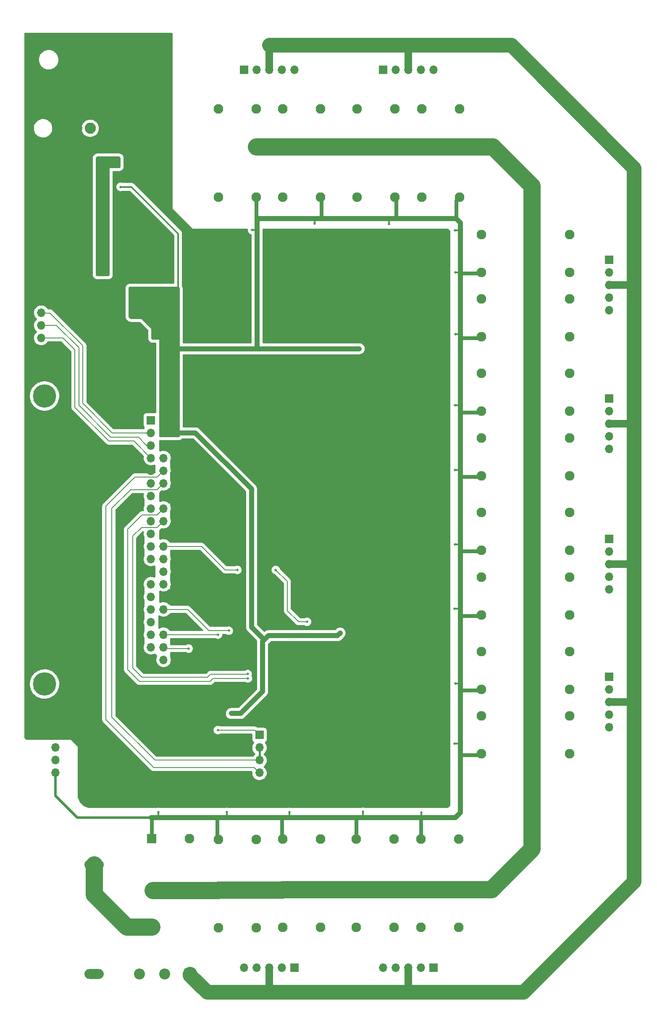
<source format=gbl>
G04 #@! TF.GenerationSoftware,KiCad,Pcbnew,(6.0.11)*
G04 #@! TF.CreationDate,2023-07-05T10:17:47+03:00*
G04 #@! TF.ProjectId,Pi Zero_Relay,5069205a-6572-46f5-9f52-656c61792e6b,rev?*
G04 #@! TF.SameCoordinates,Original*
G04 #@! TF.FileFunction,Copper,L2,Bot*
G04 #@! TF.FilePolarity,Positive*
%FSLAX46Y46*%
G04 Gerber Fmt 4.6, Leading zero omitted, Abs format (unit mm)*
G04 Created by KiCad (PCBNEW (6.0.11)) date 2023-07-05 10:17:47*
%MOMM*%
%LPD*%
G01*
G04 APERTURE LIST*
G04 #@! TA.AperFunction,ComponentPad*
%ADD10C,1.950000*%
G04 #@! TD*
G04 #@! TA.AperFunction,ComponentPad*
%ADD11R,1.700000X1.700000*%
G04 #@! TD*
G04 #@! TA.AperFunction,ComponentPad*
%ADD12O,1.700000X1.700000*%
G04 #@! TD*
G04 #@! TA.AperFunction,ComponentPad*
%ADD13C,2.250000*%
G04 #@! TD*
G04 #@! TA.AperFunction,ComponentPad*
%ADD14C,3.225000*%
G04 #@! TD*
G04 #@! TA.AperFunction,ComponentPad*
%ADD15C,3.660000*%
G04 #@! TD*
G04 #@! TA.AperFunction,ComponentPad*
%ADD16C,4.700000*%
G04 #@! TD*
G04 #@! TA.AperFunction,ComponentPad*
%ADD17O,3.900000X1.950000*%
G04 #@! TD*
G04 #@! TA.AperFunction,ComponentPad*
%ADD18R,1.950000X1.950000*%
G04 #@! TD*
G04 #@! TA.AperFunction,ComponentPad*
%ADD19R,2.200000X2.200000*%
G04 #@! TD*
G04 #@! TA.AperFunction,ComponentPad*
%ADD20O,2.200000X2.200000*%
G04 #@! TD*
G04 #@! TA.AperFunction,ComponentPad*
%ADD21R,1.275000X1.275000*%
G04 #@! TD*
G04 #@! TA.AperFunction,ComponentPad*
%ADD22C,1.275000*%
G04 #@! TD*
G04 #@! TA.AperFunction,ViaPad*
%ADD23C,0.500000*%
G04 #@! TD*
G04 #@! TA.AperFunction,ViaPad*
%ADD24C,0.600000*%
G04 #@! TD*
G04 #@! TA.AperFunction,ViaPad*
%ADD25C,1.000000*%
G04 #@! TD*
G04 #@! TA.AperFunction,Conductor*
%ADD26C,0.550000*%
G04 #@! TD*
G04 #@! TA.AperFunction,Conductor*
%ADD27C,0.350000*%
G04 #@! TD*
G04 #@! TA.AperFunction,Conductor*
%ADD28C,0.750000*%
G04 #@! TD*
G04 #@! TA.AperFunction,Conductor*
%ADD29C,1.000000*%
G04 #@! TD*
G04 #@! TA.AperFunction,Conductor*
%ADD30C,0.203200*%
G04 #@! TD*
G04 #@! TA.AperFunction,Conductor*
%ADD31C,3.000000*%
G04 #@! TD*
G04 #@! TA.AperFunction,Conductor*
%ADD32C,1.500000*%
G04 #@! TD*
G04 #@! TA.AperFunction,Conductor*
%ADD33C,3.500000*%
G04 #@! TD*
G04 #@! TA.AperFunction,Conductor*
%ADD34C,0.450000*%
G04 #@! TD*
G04 APERTURE END LIST*
D10*
X273935000Y-117517500D03*
X266315000Y-109897500D03*
X273935000Y-109897500D03*
X273935000Y-127677500D03*
X266315000Y-127677500D03*
D11*
X243545000Y-102000000D03*
D12*
X246085000Y-102000000D03*
X248625000Y-102000000D03*
X251165000Y-102000000D03*
X253705000Y-102000000D03*
D10*
X286935000Y-117517500D03*
X279315000Y-109897500D03*
X286935000Y-109897500D03*
X286935000Y-127677500D03*
X279315000Y-127677500D03*
X301482500Y-198810000D03*
X309102500Y-191190000D03*
X309102500Y-198810000D03*
X291322500Y-198810000D03*
X291322500Y-191190000D03*
X238315000Y-267210609D03*
X245935000Y-274830609D03*
X238315000Y-274830609D03*
X238315000Y-257050609D03*
X245935000Y-257050609D03*
D11*
X224750000Y-172600000D03*
D12*
X227290000Y-172600000D03*
X224750000Y-175140000D03*
X227290000Y-175140000D03*
X224750000Y-177680000D03*
X227290000Y-177680000D03*
X224750000Y-180220000D03*
X227290000Y-180220000D03*
X224750000Y-182760000D03*
X227290000Y-182760000D03*
X224750000Y-185300000D03*
X227290000Y-185300000D03*
X224750000Y-187840000D03*
X227290000Y-187840000D03*
X224750000Y-190380000D03*
X227290000Y-190380000D03*
X224750000Y-192920000D03*
X227290000Y-192920000D03*
X224750000Y-195460000D03*
X227290000Y-195460000D03*
X224750000Y-198000000D03*
X227290000Y-198000000D03*
X224750000Y-200540000D03*
X227290000Y-200540000D03*
X224750000Y-203080000D03*
X227290000Y-203080000D03*
X224750000Y-205620000D03*
X227290000Y-205620000D03*
X224750000Y-208160000D03*
X227290000Y-208160000D03*
X224750000Y-210700000D03*
X227290000Y-210700000D03*
X224750000Y-213240000D03*
X227290000Y-213240000D03*
X224750000Y-215780000D03*
X227290000Y-215780000D03*
X224750000Y-218320000D03*
X227290000Y-218320000D03*
X224750000Y-220860000D03*
X227290000Y-220860000D03*
D11*
X253700000Y-282850000D03*
D12*
X251160000Y-282850000D03*
X248620000Y-282850000D03*
X246080000Y-282850000D03*
X243540000Y-282850000D03*
D11*
X317125000Y-196500000D03*
D12*
X317125000Y-199040000D03*
X317125000Y-201580000D03*
X317125000Y-204120000D03*
X317125000Y-206660000D03*
D10*
X301482500Y-226810000D03*
X309102500Y-219190000D03*
X309102500Y-226810000D03*
X291322500Y-226810000D03*
X291322500Y-219190000D03*
X245935000Y-117517500D03*
X238315000Y-109897500D03*
X245935000Y-109897500D03*
X245935000Y-127677500D03*
X238315000Y-127677500D03*
D13*
X212500000Y-113800000D03*
D14*
X209300000Y-108600000D03*
X209300000Y-113800000D03*
D15*
X202000000Y-117500000D03*
X202000000Y-107700000D03*
D11*
X317125000Y-140250000D03*
D12*
X317125000Y-142790000D03*
X317125000Y-145330000D03*
X317125000Y-147870000D03*
X317125000Y-150410000D03*
D11*
X202625000Y-148400000D03*
D12*
X202625000Y-150940000D03*
X202625000Y-153480000D03*
X202625000Y-156020000D03*
X202625000Y-158560000D03*
D16*
X203300000Y-167725000D03*
D10*
X251315000Y-267082500D03*
X258935000Y-274702500D03*
X251315000Y-274702500D03*
X251315000Y-256922500D03*
X258935000Y-256922500D03*
X258935000Y-117517500D03*
X251315000Y-109897500D03*
X258935000Y-109897500D03*
X258935000Y-127677500D03*
X251315000Y-127677500D03*
X279125000Y-267082500D03*
X286745000Y-274702500D03*
X279125000Y-274702500D03*
X279125000Y-256922500D03*
X286745000Y-256922500D03*
D11*
X271550000Y-102000000D03*
D12*
X274090000Y-102000000D03*
X276630000Y-102000000D03*
X279170000Y-102000000D03*
X281710000Y-102000000D03*
D10*
X301482500Y-142810000D03*
X309102500Y-135190000D03*
X309102500Y-142810000D03*
X291322500Y-142810000D03*
X291322500Y-135190000D03*
X301482500Y-170810000D03*
X309102500Y-163190000D03*
X309102500Y-170810000D03*
X291322500Y-170810000D03*
X291322500Y-163190000D03*
X301482500Y-239810000D03*
X309102500Y-232190000D03*
X309102500Y-239810000D03*
X291322500Y-239810000D03*
X291322500Y-232190000D03*
D11*
X205525000Y-236000000D03*
D12*
X205525000Y-238540000D03*
X205525000Y-241080000D03*
X205525000Y-243620000D03*
D17*
X213325000Y-262100000D03*
X213325000Y-284100000D03*
D11*
X281700000Y-282850000D03*
D12*
X279160000Y-282850000D03*
X276620000Y-282850000D03*
X274080000Y-282850000D03*
X271540000Y-282850000D03*
D10*
X301482500Y-211810000D03*
X309102500Y-204190000D03*
X309102500Y-211810000D03*
X291322500Y-211810000D03*
X291322500Y-204190000D03*
X224925000Y-274680000D03*
X224925000Y-267060000D03*
D18*
X224925000Y-256900000D03*
D10*
X232545000Y-256900000D03*
D19*
X232625000Y-284100000D03*
D20*
X227545000Y-284100000D03*
X222465000Y-284100000D03*
D10*
X301482500Y-155810000D03*
X309102500Y-148190000D03*
X309102500Y-155810000D03*
X291322500Y-155810000D03*
X291322500Y-148190000D03*
D11*
X317125000Y-168250000D03*
D12*
X317125000Y-170790000D03*
X317125000Y-173330000D03*
X317125000Y-175870000D03*
X317125000Y-178410000D03*
D16*
X203300000Y-225725760D03*
D11*
X246625000Y-236000000D03*
D12*
X246625000Y-238540000D03*
X246625000Y-241080000D03*
X246625000Y-243620000D03*
D10*
X301482500Y-183810000D03*
X309102500Y-176190000D03*
X309102500Y-183810000D03*
X291322500Y-183810000D03*
X291322500Y-176190000D03*
X266125000Y-267110969D03*
X273745000Y-274730969D03*
X266125000Y-274730969D03*
X266125000Y-256950969D03*
X273745000Y-256950969D03*
D21*
X229575000Y-153600000D03*
D22*
X234875000Y-153600000D03*
D11*
X317125000Y-224250000D03*
D12*
X317125000Y-226790000D03*
X317125000Y-229330000D03*
X317125000Y-231870000D03*
X317125000Y-234410000D03*
D23*
X199825000Y-215000000D03*
X199825000Y-222600000D03*
X263625000Y-176000000D03*
X231625000Y-134800000D03*
X239425000Y-219800000D03*
X238625000Y-160200000D03*
X263625000Y-201000000D03*
X221025000Y-171400000D03*
X211625000Y-236943231D03*
X229215853Y-227000000D03*
X284735220Y-248509912D03*
X199825000Y-193400000D03*
X261225000Y-148200000D03*
X216625000Y-243800000D03*
X258625000Y-221643231D03*
X248625000Y-171400000D03*
X227025000Y-101600000D03*
X239625000Y-205200000D03*
X234215853Y-233856769D03*
X253625000Y-191400000D03*
X284625000Y-163400000D03*
X253625000Y-160200000D03*
X284725000Y-242877505D03*
X275625000Y-191400000D03*
X276225000Y-158000000D03*
X205425000Y-194143231D03*
X284125000Y-187300000D03*
X242125000Y-136000000D03*
X282717682Y-180204199D03*
X230825000Y-213200000D03*
X278625000Y-166000000D03*
X253625000Y-166000000D03*
X251425000Y-238200000D03*
X213625000Y-101600000D03*
X264425000Y-232800000D03*
X249825000Y-249600000D03*
X278625000Y-176000000D03*
X227025000Y-115400000D03*
X199825000Y-207600000D03*
X261225000Y-191400000D03*
X284665831Y-231367716D03*
X199825000Y-200600000D03*
X248625000Y-166000000D03*
X216025000Y-171400000D03*
X278625000Y-171000000D03*
X279987519Y-192122318D03*
X260125000Y-203500000D03*
X284125000Y-146200000D03*
X211625000Y-249200000D03*
D24*
X210825000Y-137800000D03*
D23*
X229425000Y-200400000D03*
X269425000Y-137400000D03*
X199825000Y-136200000D03*
X272025000Y-142200000D03*
X274625000Y-237000000D03*
X261225000Y-186000000D03*
X268425000Y-157900000D03*
X208625000Y-101600000D03*
X253625000Y-201000000D03*
X250025000Y-135100000D03*
X213625000Y-96200000D03*
X268625000Y-186000000D03*
X233625000Y-144800000D03*
X263425000Y-140800000D03*
X271499022Y-212335078D03*
X232425000Y-204800000D03*
X222025000Y-96200000D03*
X241225000Y-187800000D03*
X270225000Y-232800000D03*
X210425000Y-206400000D03*
X277376002Y-250105854D03*
X275105051Y-210916799D03*
X266825000Y-152000000D03*
X235025000Y-211200000D03*
X227025000Y-96200000D03*
X212425000Y-129400000D03*
D24*
X222625000Y-155600000D03*
D23*
X258625000Y-232700000D03*
X247225000Y-191400000D03*
X250025000Y-146800000D03*
X212425000Y-131000000D03*
X212425000Y-130200000D03*
X270625000Y-146400000D03*
X222025000Y-120800000D03*
X249025000Y-152400000D03*
X227025000Y-120800000D03*
X253025000Y-221623808D03*
X253025000Y-232800000D03*
X268625000Y-166000000D03*
X241425000Y-144800000D03*
X262925000Y-249600000D03*
X256225000Y-214400000D03*
X264425000Y-221643231D03*
X248625000Y-160200000D03*
X233625000Y-166000000D03*
D25*
X227325000Y-134900000D03*
D23*
X243625000Y-181000000D03*
X199825000Y-143800000D03*
X271871039Y-206442061D03*
X243825000Y-244400000D03*
X283052235Y-195347824D03*
X284125000Y-173500000D03*
X205425000Y-206400000D03*
X284125000Y-214400000D03*
X278604701Y-236961056D03*
X276425000Y-149600000D03*
D24*
X210825000Y-141200000D03*
X210825000Y-140000000D03*
D23*
X254425000Y-140800000D03*
X241425000Y-226200000D03*
X244425000Y-142000000D03*
X208625000Y-96200000D03*
X268625000Y-191400000D03*
D24*
X210825000Y-136600000D03*
D23*
X234125000Y-249600000D03*
X199825000Y-121800000D03*
X222025000Y-115400000D03*
X270189818Y-221579201D03*
X230825000Y-209600000D03*
X284125000Y-157900000D03*
X216625000Y-249200000D03*
X229215853Y-233856769D03*
X283099627Y-219293014D03*
X270225000Y-241600000D03*
X282953889Y-207256549D03*
X240425000Y-191000000D03*
X231025000Y-195200000D03*
X234225000Y-227000000D03*
X257425000Y-149000000D03*
X283266138Y-234039294D03*
X205425000Y-201000000D03*
X282025000Y-151800000D03*
X221025000Y-166000000D03*
X276125000Y-135000000D03*
X237825000Y-134800000D03*
X284650962Y-227025962D03*
X266392642Y-163691292D03*
D24*
X212425000Y-134800000D03*
D23*
X234215853Y-239256769D03*
X235425000Y-206800000D03*
X275625000Y-186000000D03*
X233625000Y-171400000D03*
X266425000Y-135000000D03*
X253625000Y-186000000D03*
X284125000Y-202000000D03*
X233625000Y-160200000D03*
X235425000Y-200400000D03*
X238625000Y-171400000D03*
D24*
X217425000Y-124000000D03*
D23*
X211625000Y-243800000D03*
X216634147Y-236943231D03*
X229215853Y-239256769D03*
X241225000Y-198600000D03*
X210434147Y-194143231D03*
X199825000Y-178400000D03*
X241425000Y-152300000D03*
X233825000Y-181000000D03*
X268625000Y-176000000D03*
X247225000Y-201000000D03*
X258939692Y-241488234D03*
X199825000Y-185800000D03*
X199825000Y-232800000D03*
X229225000Y-248800000D03*
X268629447Y-204740979D03*
X229225000Y-244000000D03*
X210425000Y-201000000D03*
X216025000Y-166000000D03*
X248025000Y-204200000D03*
X199825000Y-171400000D03*
X222025000Y-101600000D03*
X281825000Y-244400000D03*
X262225000Y-152200000D03*
X233225000Y-187800000D03*
X279093374Y-220303452D03*
X199825000Y-128800000D03*
X238625000Y-166000000D03*
X268625000Y-171000000D03*
X275177392Y-207553929D03*
X284125000Y-136100000D03*
X256225000Y-153000000D03*
X267825000Y-213600000D03*
D25*
X262868157Y-215461157D03*
D23*
X240025000Y-251500000D03*
X222025000Y-149400000D03*
X222825000Y-150200000D03*
X226725000Y-146600000D03*
X223625000Y-149400000D03*
X257725000Y-133000000D03*
X222825000Y-149400000D03*
X286125000Y-155300000D03*
X245125000Y-134300000D03*
X252625000Y-251500000D03*
X226725000Y-147400000D03*
X285925000Y-210600000D03*
X285925000Y-237700000D03*
X218625000Y-125600000D03*
X226725000Y-148200000D03*
X228325000Y-154600000D03*
X227525000Y-155400000D03*
X272725000Y-133100000D03*
X229125000Y-155400000D03*
X279225000Y-251600000D03*
X228325000Y-155400000D03*
X225925000Y-146600000D03*
X226725000Y-154600000D03*
X223625000Y-150200000D03*
X286025000Y-197600000D03*
X226225000Y-251500000D03*
X225925000Y-148200000D03*
D25*
X266725000Y-158200000D03*
D23*
X286125000Y-225600000D03*
X226725000Y-155400000D03*
X286125000Y-142800000D03*
X286025000Y-169600000D03*
D25*
X240950000Y-231675000D03*
D23*
X225925000Y-147400000D03*
X286025000Y-134400000D03*
X286025000Y-182600000D03*
X229125000Y-154600000D03*
X267493682Y-251493088D03*
X227525000Y-154600000D03*
X222025000Y-150200000D03*
X232330000Y-218600000D03*
X238245000Y-215780000D03*
X240425000Y-215000000D03*
X256200000Y-213200000D03*
X242175000Y-202750000D03*
X249900000Y-202750000D03*
X244234833Y-223725858D03*
X244300000Y-224600000D03*
X214425000Y-143200000D03*
X217525000Y-120100000D03*
X218325000Y-120100000D03*
X216025000Y-143200000D03*
X215225000Y-142400000D03*
X215225000Y-143200000D03*
X216025000Y-142400000D03*
X214425000Y-142400000D03*
X216725000Y-120100000D03*
X238225000Y-235000000D03*
D26*
X209925000Y-252600000D02*
X205525000Y-248200000D01*
D27*
X286125000Y-142800000D02*
X286925000Y-142800000D01*
D28*
X224925000Y-252700000D02*
X224825000Y-252600000D01*
D26*
X224825000Y-252600000D02*
X209925000Y-252600000D01*
D29*
X267492734Y-252600000D02*
X266125000Y-252600000D01*
D28*
X287125000Y-156000000D02*
X291132500Y-156000000D01*
D29*
X229125000Y-155500000D02*
X229125000Y-158200000D01*
D28*
X224925000Y-256900000D02*
X224925000Y-252700000D01*
X245976734Y-131851734D02*
X245976734Y-127719234D01*
D29*
X262329314Y-216000000D02*
X262868157Y-215461157D01*
X247025000Y-158200000D02*
X266725000Y-158200000D01*
D28*
X291132500Y-156000000D02*
X291322500Y-155810000D01*
D29*
X287125000Y-132869344D02*
X287125000Y-133900000D01*
D27*
X223725000Y-150200000D02*
X223625000Y-150300000D01*
D29*
X247225000Y-217200000D02*
X247587500Y-216837500D01*
X227290000Y-175140000D02*
X233715000Y-175140000D01*
X259125000Y-132000000D02*
X272425000Y-132000000D01*
X245025000Y-186450000D02*
X245025000Y-214275000D01*
X242825000Y-231675000D02*
X247225000Y-227275000D01*
D27*
X252625000Y-251500000D02*
X252625000Y-252400000D01*
D29*
X246125000Y-132000000D02*
X257725000Y-132000000D01*
X248425000Y-216000000D02*
X262329314Y-216000000D01*
D28*
X291132500Y-143000000D02*
X291322500Y-142810000D01*
D29*
X287125000Y-169500000D02*
X287125000Y-171000000D01*
X287125000Y-143000000D02*
X287125000Y-155600000D01*
D28*
X238125000Y-252600000D02*
X238125000Y-256860609D01*
X266125000Y-252600000D02*
X266125000Y-256950969D01*
X287125000Y-199000000D02*
X291132500Y-199000000D01*
D29*
X257725000Y-132000000D02*
X259125000Y-132000000D01*
X287125000Y-171000000D02*
X287125000Y-182605216D01*
X286255656Y-132000000D02*
X287125000Y-132869344D01*
D28*
X291132500Y-227000000D02*
X291322500Y-226810000D01*
D27*
X286925000Y-142800000D02*
X287125000Y-143000000D01*
X245725000Y-134300000D02*
X246125000Y-133900000D01*
D29*
X287125000Y-225600000D02*
X287125000Y-227000000D01*
D28*
X259125000Y-127867500D02*
X258935000Y-127677500D01*
D29*
X287125000Y-240000000D02*
X287125000Y-251600000D01*
X240125000Y-252600000D02*
X238125000Y-252600000D01*
X287125000Y-238000000D02*
X287125000Y-240000000D01*
X247587500Y-216837500D02*
X248425000Y-216000000D01*
X226225000Y-252600000D02*
X224825000Y-252600000D01*
D28*
X246125000Y-132000000D02*
X245976734Y-131851734D01*
X291132500Y-171000000D02*
X291322500Y-170810000D01*
X274125000Y-132000000D02*
X274125000Y-127867500D01*
D29*
X287125000Y-133900000D02*
X287125000Y-134402396D01*
D28*
X287125000Y-143000000D02*
X291132500Y-143000000D01*
D27*
X230225000Y-152950000D02*
X229575000Y-153600000D01*
D28*
X287125000Y-212000000D02*
X291132500Y-212000000D01*
D27*
X285925000Y-237700000D02*
X286825000Y-237700000D01*
X267493682Y-251493088D02*
X267492734Y-251494036D01*
D28*
X291132500Y-240000000D02*
X291322500Y-239810000D01*
D29*
X246125000Y-158100000D02*
X246225000Y-158200000D01*
D27*
X257725000Y-133000000D02*
X257725000Y-132000000D01*
D29*
X246125000Y-133900000D02*
X246125000Y-158100000D01*
D28*
X274125000Y-127867500D02*
X273935000Y-127677500D01*
D29*
X266125000Y-252600000D02*
X252825000Y-252600000D01*
D27*
X226225000Y-251500000D02*
X226225000Y-252600000D01*
D28*
X286255656Y-128356844D02*
X286935000Y-127677500D01*
D27*
X286025000Y-197600000D02*
X287025000Y-197600000D01*
D28*
X259125000Y-132000000D02*
X259125000Y-127867500D01*
D27*
X229225000Y-155400000D02*
X229125000Y-155500000D01*
D29*
X287125000Y-156000000D02*
X287125000Y-169500000D01*
D27*
X279225000Y-252500000D02*
X279125000Y-252600000D01*
D29*
X233715000Y-175140000D02*
X245025000Y-186450000D01*
X287125000Y-184000000D02*
X287125000Y-197500000D01*
D26*
X205525000Y-248200000D02*
X205525000Y-243620000D01*
D29*
X286125000Y-252600000D02*
X279125000Y-252600000D01*
X251125000Y-252600000D02*
X240125000Y-252600000D01*
D28*
X291132500Y-184000000D02*
X291322500Y-183810000D01*
X245976734Y-127719234D02*
X245935000Y-127677500D01*
D27*
X218625000Y-125600000D02*
X220825000Y-125600000D01*
D28*
X287125000Y-184000000D02*
X291132500Y-184000000D01*
D27*
X272725000Y-133100000D02*
X272725000Y-132300000D01*
D29*
X287125000Y-212000000D02*
X287125000Y-225600000D01*
D27*
X272725000Y-132300000D02*
X272425000Y-132000000D01*
X220825000Y-125600000D02*
X230225000Y-135000000D01*
X230225000Y-135000000D02*
X230225000Y-152950000D01*
X286825000Y-155300000D02*
X287125000Y-155600000D01*
D28*
X251125000Y-252600000D02*
X251125000Y-256732500D01*
D27*
X240025000Y-251500000D02*
X240025000Y-252500000D01*
D28*
X287125000Y-240000000D02*
X291132500Y-240000000D01*
X279125000Y-256922500D02*
X279125000Y-252600000D01*
D27*
X286030216Y-182605216D02*
X287125000Y-182605216D01*
D29*
X287125000Y-199000000D02*
X287125000Y-210595807D01*
D27*
X285929193Y-210595807D02*
X287125000Y-210595807D01*
X252625000Y-252400000D02*
X252825000Y-252600000D01*
D29*
X274125000Y-132000000D02*
X286255656Y-132000000D01*
X279125000Y-252600000D02*
X267492734Y-252600000D01*
D28*
X287125000Y-171000000D02*
X291132500Y-171000000D01*
X286255656Y-132000000D02*
X286255656Y-128356844D01*
D27*
X245125000Y-134300000D02*
X245725000Y-134300000D01*
D29*
X287125000Y-251600000D02*
X286125000Y-252600000D01*
D27*
X279225000Y-251600000D02*
X279225000Y-252500000D01*
D29*
X247225000Y-227275000D02*
X247225000Y-217200000D01*
X246225000Y-158200000D02*
X247025000Y-158200000D01*
X287125000Y-155600000D02*
X287125000Y-156000000D01*
X246125000Y-133900000D02*
X246125000Y-132000000D01*
X287125000Y-197500000D02*
X287125000Y-199000000D01*
D28*
X251125000Y-256732500D02*
X251315000Y-256922500D01*
D27*
X286825000Y-237700000D02*
X287125000Y-238000000D01*
X286125000Y-155300000D02*
X286825000Y-155300000D01*
D29*
X252825000Y-252600000D02*
X251125000Y-252600000D01*
X245025000Y-214275000D02*
X247587500Y-216837500D01*
X272425000Y-132000000D02*
X274125000Y-132000000D01*
X287125000Y-182605216D02*
X287125000Y-184000000D01*
D28*
X287125000Y-227000000D02*
X291132500Y-227000000D01*
D29*
X287125000Y-210595807D02*
X287125000Y-212000000D01*
X287125000Y-134402396D02*
X287125000Y-143000000D01*
X240950000Y-231675000D02*
X242825000Y-231675000D01*
D27*
X287025000Y-169600000D02*
X287125000Y-169500000D01*
X286027396Y-134402396D02*
X287125000Y-134402396D01*
X267492734Y-251494036D02*
X267492734Y-252600000D01*
X286025000Y-134400000D02*
X286027396Y-134402396D01*
D29*
X287125000Y-227000000D02*
X287125000Y-238000000D01*
X229125000Y-158200000D02*
X247025000Y-158200000D01*
D27*
X287025000Y-197600000D02*
X287125000Y-197500000D01*
X285925000Y-210600000D02*
X285929193Y-210595807D01*
D29*
X238125000Y-252600000D02*
X224825000Y-252600000D01*
D28*
X291132500Y-199000000D02*
X291322500Y-198810000D01*
D27*
X286025000Y-182600000D02*
X286030216Y-182605216D01*
X240025000Y-252500000D02*
X240125000Y-252600000D01*
D28*
X238125000Y-256860609D02*
X238315000Y-257050609D01*
D27*
X286025000Y-169600000D02*
X287025000Y-169600000D01*
D28*
X291132500Y-212000000D02*
X291322500Y-211810000D01*
D27*
X286125000Y-225600000D02*
X287125000Y-225600000D01*
D30*
X232330000Y-218600000D02*
X227570000Y-218600000D01*
X227570000Y-218600000D02*
X227290000Y-218320000D01*
X238245000Y-215780000D02*
X227290000Y-215780000D01*
X232150000Y-210700000D02*
X227290000Y-210700000D01*
X236375000Y-214925000D02*
X232150000Y-210700000D01*
X240425000Y-215000000D02*
X240350000Y-214925000D01*
X240350000Y-214925000D02*
X236375000Y-214925000D01*
D31*
X322125000Y-121800000D02*
X297325000Y-97000000D01*
X236025000Y-287800000D02*
X277225000Y-287800000D01*
D32*
X321795000Y-173330000D02*
X322125000Y-173000000D01*
X317125000Y-229330000D02*
X321795000Y-229330000D01*
D31*
X322125000Y-229000000D02*
X322125000Y-265500000D01*
X322125000Y-229000000D02*
X322125000Y-202000000D01*
D32*
X321705000Y-201580000D02*
X322125000Y-202000000D01*
D31*
X322125000Y-265500000D02*
X299825000Y-287800000D01*
D32*
X276630000Y-102000000D02*
X276630000Y-97505000D01*
D31*
X322125000Y-173000000D02*
X322125000Y-145000000D01*
D32*
X317125000Y-201580000D02*
X321705000Y-201580000D01*
X248625000Y-97000000D02*
X248625000Y-102000000D01*
D31*
X297325000Y-97000000D02*
X276125000Y-97000000D01*
D32*
X248625000Y-287595000D02*
X248625000Y-282855000D01*
D31*
X322125000Y-145000000D02*
X322125000Y-121800000D01*
D32*
X248625000Y-282855000D02*
X248620000Y-282850000D01*
D31*
X232625000Y-284400000D02*
X236025000Y-287800000D01*
X232625000Y-284100000D02*
X232625000Y-284400000D01*
D32*
X317125000Y-173330000D02*
X321795000Y-173330000D01*
D31*
X322125000Y-202000000D02*
X322125000Y-173000000D01*
X248625000Y-97000000D02*
X276125000Y-97000000D01*
D32*
X276620000Y-282850000D02*
X276620000Y-287105000D01*
X276620000Y-287105000D02*
X276125000Y-287600000D01*
X248620000Y-287600000D02*
X248625000Y-287595000D01*
D31*
X299825000Y-287800000D02*
X276325000Y-287800000D01*
D32*
X321795000Y-229330000D02*
X322125000Y-229000000D01*
X317125000Y-145330000D02*
X321795000Y-145330000D01*
X276630000Y-97505000D02*
X276125000Y-97000000D01*
X321795000Y-145330000D02*
X322125000Y-145000000D01*
D33*
X301482500Y-142810000D02*
X301482500Y-125357500D01*
X301482500Y-198810000D02*
X301482500Y-183810000D01*
X301482500Y-170810000D02*
X301482500Y-155810000D01*
X301482500Y-258942500D02*
X293342500Y-267082500D01*
X301482500Y-239810000D02*
X301482500Y-226810000D01*
X301482500Y-155810000D02*
X301482500Y-142810000D01*
X225115000Y-267250000D02*
X238275609Y-267250000D01*
X293342500Y-267082500D02*
X279125000Y-267082500D01*
X238275609Y-267250000D02*
X238315000Y-267210609D01*
X279096531Y-267110969D02*
X279125000Y-267082500D01*
X266125000Y-267110969D02*
X279096531Y-267110969D01*
X251315000Y-267082500D02*
X251222500Y-267175000D01*
X301482500Y-226810000D02*
X301482500Y-211810000D01*
X293642500Y-117517500D02*
X286935000Y-117517500D01*
X251343469Y-267110969D02*
X251315000Y-267082500D01*
X286935000Y-117517500D02*
X273935000Y-117517500D01*
X301482500Y-125357500D02*
X293642500Y-117517500D01*
X301482500Y-239810000D02*
X301482500Y-258942500D01*
X258935000Y-117517500D02*
X245935000Y-117517500D01*
X273935000Y-117517500D02*
X258935000Y-117517500D01*
X301482500Y-183810000D02*
X301482500Y-170810000D01*
X266125000Y-267110969D02*
X251343469Y-267110969D01*
X238350609Y-267175000D02*
X238315000Y-267210609D01*
X251222500Y-267175000D02*
X238350609Y-267175000D01*
X301482500Y-211810000D02*
X301482500Y-198810000D01*
D30*
X252250000Y-207925000D02*
X252250000Y-210950000D01*
X239675000Y-202750000D02*
X234925000Y-198000000D01*
X254500000Y-213200000D02*
X256200000Y-213200000D01*
X252250000Y-210950000D02*
X254325000Y-213025000D01*
X234925000Y-198000000D02*
X227290000Y-198000000D01*
X254325000Y-213025000D02*
X254500000Y-213200000D01*
X242175000Y-202750000D02*
X239675000Y-202750000D01*
X252250000Y-205100000D02*
X252250000Y-207925000D01*
X249900000Y-202750000D02*
X252250000Y-205100000D01*
X226010000Y-194200000D02*
X227290000Y-192920000D01*
X244160691Y-223800000D02*
X236737500Y-223800000D01*
X221075000Y-222500000D02*
X221075000Y-195950000D01*
X222825000Y-194200000D02*
X226010000Y-194200000D01*
X221075000Y-195950000D02*
X222825000Y-194200000D01*
X236737500Y-223800000D02*
X236137500Y-224400000D01*
X244234833Y-223725858D02*
X244160691Y-223800000D01*
X222975000Y-224400000D02*
X221075000Y-222500000D01*
X236137500Y-224400000D02*
X222975000Y-224400000D01*
X226020000Y-191650000D02*
X227290000Y-190380000D01*
X236625000Y-225200000D02*
X222425000Y-225200000D01*
X220025000Y-194550000D02*
X222925000Y-191650000D01*
X244300000Y-224600000D02*
X237225000Y-224600000D01*
X222425000Y-225200000D02*
X220025000Y-222800000D01*
X220025000Y-222800000D02*
X220025000Y-194550000D01*
X237225000Y-224600000D02*
X236625000Y-225200000D01*
X222925000Y-191650000D02*
X226020000Y-191650000D01*
X211025000Y-157600000D02*
X204425000Y-151000000D01*
X216965000Y-175140000D02*
X211025000Y-169200000D01*
X202685000Y-151000000D02*
X202625000Y-150940000D01*
X211025000Y-169200000D02*
X211025000Y-157600000D01*
X224750000Y-175140000D02*
X216965000Y-175140000D01*
X204425000Y-151000000D02*
X202685000Y-151000000D01*
X205705000Y-153480000D02*
X202625000Y-153480000D01*
X224750000Y-177680000D02*
X223905000Y-177680000D01*
X210225000Y-158000000D02*
X205705000Y-153480000D01*
X222225000Y-176000000D02*
X216625000Y-176000000D01*
X216625000Y-176000000D02*
X210225000Y-169600000D01*
X223905000Y-177680000D02*
X222225000Y-176000000D01*
X210225000Y-169600000D02*
X210225000Y-158000000D01*
X216225000Y-176800000D02*
X209425000Y-170000000D01*
X221330000Y-176800000D02*
X216225000Y-176800000D01*
X209425000Y-158400000D02*
X207045000Y-156020000D01*
X207045000Y-156020000D02*
X202625000Y-156020000D01*
X224750000Y-180220000D02*
X221330000Y-176800000D01*
X209425000Y-170000000D02*
X209425000Y-158400000D01*
X238225000Y-235000000D02*
X245625000Y-235000000D01*
X245625000Y-235000000D02*
X246625000Y-236000000D01*
X245580000Y-242575000D02*
X246625000Y-243620000D01*
X215625000Y-232875000D02*
X225325000Y-242575000D01*
X215625000Y-189900000D02*
X215625000Y-232875000D01*
X225325000Y-242575000D02*
X245580000Y-242575000D01*
X227290000Y-182760000D02*
X226025000Y-184025000D01*
X221500000Y-184025000D02*
X215625000Y-189900000D01*
X226025000Y-184025000D02*
X221500000Y-184025000D01*
X246620000Y-241075000D02*
X246625000Y-241080000D01*
D34*
X246625000Y-238540000D02*
X246625000Y-241080000D01*
D30*
X226015000Y-186575000D02*
X220625000Y-186575000D01*
X227290000Y-185300000D02*
X226015000Y-186575000D01*
X220625000Y-186575000D02*
X216875000Y-190325000D01*
X216875000Y-190325000D02*
X216875000Y-232400000D01*
X225550000Y-241075000D02*
X246620000Y-241075000D01*
X216875000Y-232400000D02*
X225550000Y-241075000D01*
D33*
X213325000Y-268100000D02*
X219905000Y-274680000D01*
X213325000Y-262100000D02*
X213325000Y-268100000D01*
X219905000Y-274680000D02*
X224925000Y-274680000D01*
G04 #@! TA.AperFunction,Conductor*
G36*
X229031862Y-94620431D02*
G01*
X229094199Y-94675657D01*
X229123731Y-94753527D01*
X229125000Y-94774500D01*
X229125000Y-130000000D01*
X233125000Y-134000000D01*
X244108100Y-134000000D01*
X244188962Y-134019931D01*
X244251299Y-134075157D01*
X244280831Y-134153027D01*
X244281147Y-134192184D01*
X244269815Y-134300000D01*
X244288503Y-134477803D01*
X244324680Y-134589144D01*
X244337712Y-134629251D01*
X244343750Y-134647835D01*
X244348311Y-134655735D01*
X244348312Y-134655737D01*
X244383006Y-134715829D01*
X244433141Y-134802665D01*
X244552770Y-134935526D01*
X244697407Y-135040612D01*
X244705737Y-135044321D01*
X244705741Y-135044323D01*
X244816582Y-135093672D01*
X244860733Y-135113329D01*
X244869650Y-135115224D01*
X244869655Y-135115226D01*
X244886679Y-135118845D01*
X244961630Y-135155153D01*
X245011122Y-135222134D01*
X245024500Y-135289042D01*
X245024500Y-156925500D01*
X245004569Y-157006362D01*
X244949343Y-157068699D01*
X244871473Y-157098231D01*
X244850500Y-157099500D01*
X231304500Y-157099500D01*
X231223638Y-157079569D01*
X231161301Y-157024343D01*
X231131769Y-156946473D01*
X231130500Y-156925500D01*
X231130500Y-154076221D01*
X231130279Y-154073125D01*
X231130256Y-154072482D01*
X231130145Y-154066301D01*
X231129979Y-152970958D01*
X231128923Y-146012273D01*
X231125997Y-145952914D01*
X231123572Y-145928335D01*
X231114847Y-145869575D01*
X231099311Y-145791528D01*
X231064844Y-145677958D01*
X231046027Y-145632545D01*
X231021055Y-145585838D01*
X231000500Y-145503798D01*
X231000500Y-135009035D01*
X231000510Y-135007214D01*
X231001309Y-134930867D01*
X231001411Y-134921135D01*
X230999356Y-134911630D01*
X230999355Y-134911620D01*
X230993194Y-134883127D01*
X230990348Y-134865750D01*
X230987098Y-134836771D01*
X230987097Y-134836767D01*
X230986013Y-134827102D01*
X230976504Y-134799795D01*
X230970756Y-134779345D01*
X230970583Y-134778545D01*
X230964645Y-134751081D01*
X230948207Y-134715829D01*
X230941584Y-134699518D01*
X230931996Y-134671986D01*
X230928796Y-134662797D01*
X230913473Y-134638276D01*
X230903340Y-134619611D01*
X230895229Y-134602218D01*
X230895226Y-134602214D01*
X230891117Y-134593401D01*
X230867277Y-134562666D01*
X230857214Y-134548239D01*
X230841757Y-134523504D01*
X230841755Y-134523501D01*
X230836600Y-134515252D01*
X230829749Y-134508353D01*
X230829745Y-134508348D01*
X230809047Y-134487505D01*
X230808632Y-134487062D01*
X230808106Y-134486383D01*
X230783081Y-134461358D01*
X230714006Y-134391799D01*
X230712956Y-134391132D01*
X230711979Y-134390256D01*
X221379818Y-125058096D01*
X221378537Y-125056801D01*
X221325042Y-125002174D01*
X221318240Y-124995228D01*
X221285552Y-124974162D01*
X221271252Y-124963887D01*
X221248464Y-124945695D01*
X221248462Y-124945694D01*
X221240860Y-124939625D01*
X221232103Y-124935391D01*
X221232097Y-124935388D01*
X221214828Y-124927040D01*
X221196302Y-124916644D01*
X221180171Y-124906248D01*
X221180168Y-124906247D01*
X221171996Y-124900980D01*
X221135438Y-124887674D01*
X221119232Y-124880829D01*
X221084220Y-124863903D01*
X221074746Y-124861716D01*
X221074741Y-124861714D01*
X221056047Y-124857398D01*
X221035679Y-124851365D01*
X221017648Y-124844802D01*
X221017647Y-124844802D01*
X221008507Y-124841475D01*
X220982183Y-124838150D01*
X220969919Y-124836600D01*
X220952595Y-124833514D01*
X220914698Y-124824765D01*
X220904967Y-124824731D01*
X220901816Y-124824720D01*
X220875572Y-124824629D01*
X220875002Y-124824609D01*
X220874137Y-124824500D01*
X220839189Y-124824500D01*
X220838581Y-124824499D01*
X220744281Y-124824169D01*
X220744273Y-124824169D01*
X220740716Y-124824157D01*
X220739504Y-124824428D01*
X220738177Y-124824500D01*
X219011218Y-124824500D01*
X218940447Y-124809457D01*
X218897599Y-124790380D01*
X218897594Y-124790378D01*
X218889267Y-124786671D01*
X218880352Y-124784776D01*
X218723308Y-124751395D01*
X218723305Y-124751395D01*
X218714391Y-124749500D01*
X218535609Y-124749500D01*
X218526695Y-124751395D01*
X218526692Y-124751395D01*
X218369648Y-124784776D01*
X218360733Y-124786671D01*
X218309555Y-124809457D01*
X218205738Y-124855679D01*
X218205736Y-124855680D01*
X218197408Y-124859388D01*
X218052770Y-124964474D01*
X217933141Y-125097335D01*
X217843750Y-125252165D01*
X217788503Y-125422197D01*
X217769815Y-125600000D01*
X217788503Y-125777803D01*
X217843750Y-125947835D01*
X217933141Y-126102665D01*
X218052770Y-126235526D01*
X218197407Y-126340612D01*
X218205737Y-126344321D01*
X218205741Y-126344323D01*
X218316582Y-126393672D01*
X218360733Y-126413329D01*
X218369647Y-126415224D01*
X218369648Y-126415224D01*
X218526692Y-126448605D01*
X218526695Y-126448605D01*
X218535609Y-126450500D01*
X218714391Y-126450500D01*
X218723305Y-126448605D01*
X218723308Y-126448605D01*
X218880352Y-126415224D01*
X218880353Y-126415224D01*
X218889267Y-126413329D01*
X218897594Y-126409622D01*
X218897599Y-126409620D01*
X218940447Y-126390543D01*
X219011218Y-126375500D01*
X220431704Y-126375500D01*
X220512566Y-126395431D01*
X220554741Y-126426463D01*
X229398537Y-135270260D01*
X229441621Y-135341531D01*
X229449500Y-135393297D01*
X229449500Y-144920500D01*
X229429569Y-145001362D01*
X229374343Y-145063699D01*
X229296473Y-145093231D01*
X229275500Y-145094500D01*
X220537410Y-145094500D01*
X220510673Y-145095813D01*
X220480214Y-145097309D01*
X220480200Y-145097310D01*
X220478063Y-145097415D01*
X220453481Y-145099836D01*
X220451365Y-145100150D01*
X220451348Y-145100152D01*
X220396820Y-145108241D01*
X220396806Y-145108243D01*
X220394699Y-145108556D01*
X220392617Y-145108970D01*
X220392612Y-145108971D01*
X220320827Y-145123250D01*
X220320821Y-145123252D01*
X220316646Y-145124082D01*
X220203064Y-145158536D01*
X220157647Y-145177348D01*
X220052961Y-145233304D01*
X219997308Y-145270490D01*
X219905552Y-145345792D01*
X219870792Y-145380552D01*
X219795490Y-145472308D01*
X219758304Y-145527961D01*
X219702349Y-145632645D01*
X219683536Y-145678064D01*
X219664314Y-145741431D01*
X219650358Y-145787442D01*
X219649080Y-145791654D01*
X219648248Y-145795839D01*
X219633999Y-145867476D01*
X219633555Y-145869706D01*
X219624837Y-145928480D01*
X219622416Y-145953061D01*
X219619500Y-146012410D01*
X219619500Y-151663326D01*
X219622416Y-151722675D01*
X219624837Y-151747256D01*
X219633555Y-151806030D01*
X219649080Y-151884082D01*
X219650320Y-151888169D01*
X219650321Y-151888174D01*
X219682297Y-151993588D01*
X219682301Y-151993598D01*
X219683537Y-151997674D01*
X219702351Y-152043095D01*
X219716649Y-152069845D01*
X219750007Y-152132252D01*
X219758306Y-152147779D01*
X219802521Y-152213951D01*
X219810830Y-152225154D01*
X219836658Y-152259979D01*
X219836673Y-152259998D01*
X219837927Y-152261689D01*
X219839270Y-152263326D01*
X219839283Y-152263342D01*
X219842866Y-152267707D01*
X219853597Y-152280782D01*
X219893492Y-152324798D01*
X220100202Y-152531508D01*
X220144218Y-152571403D01*
X220145866Y-152572755D01*
X220145870Y-152572759D01*
X220161658Y-152585717D01*
X220161674Y-152585730D01*
X220163311Y-152587073D01*
X220165002Y-152588327D01*
X220165021Y-152588342D01*
X220190007Y-152606872D01*
X220211049Y-152622479D01*
X220277221Y-152666694D01*
X220280980Y-152668703D01*
X220280988Y-152668708D01*
X220336563Y-152698413D01*
X220381907Y-152722650D01*
X220427326Y-152741463D01*
X220431403Y-152742700D01*
X220431415Y-152742704D01*
X220527096Y-152771727D01*
X220540911Y-152775918D01*
X220545085Y-152776748D01*
X220545092Y-152776750D01*
X220604441Y-152788555D01*
X220618965Y-152791444D01*
X220634236Y-152793709D01*
X220675658Y-152799854D01*
X220675675Y-152799856D01*
X220677744Y-152800163D01*
X220679832Y-152800369D01*
X220679851Y-152800371D01*
X220698879Y-152802245D01*
X220702325Y-152802584D01*
X220704472Y-152802689D01*
X220704479Y-152802690D01*
X220719532Y-152803429D01*
X220761674Y-152805500D01*
X222502120Y-152805500D01*
X222582982Y-152825431D01*
X222625157Y-152856463D01*
X224168537Y-154399843D01*
X224211621Y-154471114D01*
X224219500Y-154522880D01*
X224219500Y-156087590D01*
X224222416Y-156146939D01*
X224224837Y-156171520D01*
X224233555Y-156230294D01*
X224249080Y-156308346D01*
X224283536Y-156421936D01*
X224302349Y-156467355D01*
X224358302Y-156572037D01*
X224395487Y-156627689D01*
X224470791Y-156719447D01*
X224505552Y-156754208D01*
X224597308Y-156829510D01*
X224652961Y-156866696D01*
X224757647Y-156922652D01*
X224803064Y-156941464D01*
X224807149Y-156942703D01*
X224807157Y-156942706D01*
X224856021Y-156957528D01*
X224916647Y-156975918D01*
X224920821Y-156976748D01*
X224920824Y-156976749D01*
X224968062Y-156986145D01*
X224994701Y-156991444D01*
X225009972Y-156993709D01*
X225051394Y-156999854D01*
X225051411Y-156999856D01*
X225053480Y-157000163D01*
X225055568Y-157000369D01*
X225055587Y-157000371D01*
X225074615Y-157002245D01*
X225078061Y-157002584D01*
X225080208Y-157002689D01*
X225080215Y-157002690D01*
X225095268Y-157003429D01*
X225137410Y-157005500D01*
X225645500Y-157005500D01*
X225726362Y-157025431D01*
X225788699Y-157080657D01*
X225818231Y-157158527D01*
X225819500Y-157179500D01*
X225819500Y-170975902D01*
X225799569Y-171056764D01*
X225744343Y-171119101D01*
X225666473Y-171148633D01*
X225639361Y-171149385D01*
X225639361Y-171149500D01*
X224750781Y-171149500D01*
X223860640Y-171149501D01*
X223854999Y-171150244D01*
X223854993Y-171150244D01*
X223790200Y-171158774D01*
X223743238Y-171164956D01*
X223597159Y-171225464D01*
X223471718Y-171321718D01*
X223375464Y-171447159D01*
X223314956Y-171593238D01*
X223299500Y-171710639D01*
X223299501Y-173489360D01*
X223314956Y-173606762D01*
X223375464Y-173752841D01*
X223382406Y-173761888D01*
X223389044Y-173770539D01*
X223422457Y-173846824D01*
X223425000Y-173876463D01*
X223425000Y-174263900D01*
X223405069Y-174344762D01*
X223349843Y-174407099D01*
X223271973Y-174436631D01*
X223251000Y-174437900D01*
X217327894Y-174437900D01*
X217247032Y-174417969D01*
X217204857Y-174386937D01*
X211778063Y-168960143D01*
X211734979Y-168888872D01*
X211727100Y-168837106D01*
X211727100Y-157630340D01*
X211727503Y-157618505D01*
X211731288Y-157562985D01*
X211720624Y-157501884D01*
X211719294Y-157492877D01*
X211713102Y-157441706D01*
X211713101Y-157441704D01*
X211711842Y-157431296D01*
X211708136Y-157421487D01*
X211706213Y-157413660D01*
X211703875Y-157405915D01*
X211702071Y-157395581D01*
X211693092Y-157375125D01*
X211677144Y-157338796D01*
X211673702Y-157330361D01*
X211655484Y-157282148D01*
X211655482Y-157282145D01*
X211651774Y-157272331D01*
X211645832Y-157263686D01*
X211642094Y-157256535D01*
X211637981Y-157249580D01*
X211633766Y-157239978D01*
X211627384Y-157231661D01*
X211627379Y-157231652D01*
X211596001Y-157190759D01*
X211590649Y-157183394D01*
X211561461Y-157140926D01*
X211555521Y-157132283D01*
X211547690Y-157125306D01*
X211547685Y-157125300D01*
X211510485Y-157092156D01*
X211503199Y-157085279D01*
X204942902Y-150524982D01*
X204934819Y-150516329D01*
X204905142Y-150482310D01*
X204898247Y-150474406D01*
X204847495Y-150438736D01*
X204840217Y-150433331D01*
X204791379Y-150395038D01*
X204781815Y-150390719D01*
X204774915Y-150386541D01*
X204767801Y-150382727D01*
X204759215Y-150376692D01*
X204749442Y-150372882D01*
X204749439Y-150372880D01*
X204701429Y-150354162D01*
X204693032Y-150350632D01*
X204646064Y-150329425D01*
X204646058Y-150329423D01*
X204636499Y-150325107D01*
X204626182Y-150323195D01*
X204618466Y-150320777D01*
X204610660Y-150318773D01*
X204600888Y-150314963D01*
X204539400Y-150306868D01*
X204530410Y-150305444D01*
X204479728Y-150296051D01*
X204479724Y-150296051D01*
X204469409Y-150294139D01*
X204458934Y-150294743D01*
X204409192Y-150297611D01*
X204399176Y-150297900D01*
X204031937Y-150297900D01*
X203951075Y-150277969D01*
X203885843Y-150218412D01*
X203883756Y-150215185D01*
X203778155Y-150051951D01*
X203617629Y-149875536D01*
X203430445Y-149727707D01*
X203221631Y-149612436D01*
X203175325Y-149596038D01*
X203003519Y-149535198D01*
X203003514Y-149535197D01*
X202996794Y-149532817D01*
X202989767Y-149531565D01*
X202989766Y-149531565D01*
X202769001Y-149492240D01*
X202769000Y-149492240D01*
X202761972Y-149490988D01*
X202649581Y-149489615D01*
X202530609Y-149488161D01*
X202530606Y-149488161D01*
X202523471Y-149488074D01*
X202287698Y-149524153D01*
X202280921Y-149526368D01*
X202280917Y-149526369D01*
X202067764Y-149596038D01*
X202067761Y-149596039D01*
X202060982Y-149598255D01*
X201849414Y-149708390D01*
X201658675Y-149851602D01*
X201493887Y-150024042D01*
X201359475Y-150221082D01*
X201356470Y-150227556D01*
X201275724Y-150401510D01*
X201259051Y-150437428D01*
X201257146Y-150444298D01*
X201257145Y-150444300D01*
X201237170Y-150516329D01*
X201195309Y-150667272D01*
X201169963Y-150904440D01*
X201183694Y-151142562D01*
X201236131Y-151375245D01*
X201325867Y-151596239D01*
X201329593Y-151602320D01*
X201329597Y-151602327D01*
X201404660Y-151724817D01*
X201450493Y-151799609D01*
X201606660Y-151979894D01*
X201612149Y-151984451D01*
X201612150Y-151984452D01*
X201722249Y-152075858D01*
X201771733Y-152142844D01*
X201784418Y-152225154D01*
X201757399Y-152303931D01*
X201715577Y-152348877D01*
X201664395Y-152387306D01*
X201664386Y-152387314D01*
X201658675Y-152391602D01*
X201493887Y-152564042D01*
X201359475Y-152761082D01*
X201259051Y-152977428D01*
X201195309Y-153207272D01*
X201169963Y-153444440D01*
X201183694Y-153682562D01*
X201236131Y-153915245D01*
X201325867Y-154136239D01*
X201329593Y-154142320D01*
X201329597Y-154142327D01*
X201383093Y-154229623D01*
X201450493Y-154339609D01*
X201606660Y-154519894D01*
X201612149Y-154524451D01*
X201612150Y-154524452D01*
X201722249Y-154615858D01*
X201771733Y-154682844D01*
X201784418Y-154765154D01*
X201757399Y-154843931D01*
X201715577Y-154888877D01*
X201664395Y-154927306D01*
X201664386Y-154927314D01*
X201658675Y-154931602D01*
X201493887Y-155104042D01*
X201359475Y-155301082D01*
X201259051Y-155517428D01*
X201257146Y-155524298D01*
X201257145Y-155524300D01*
X201222886Y-155647835D01*
X201195309Y-155747272D01*
X201169963Y-155984440D01*
X201183694Y-156222562D01*
X201236131Y-156455245D01*
X201325867Y-156676239D01*
X201329593Y-156682320D01*
X201329597Y-156682327D01*
X201375311Y-156756924D01*
X201450493Y-156879609D01*
X201606660Y-157059894D01*
X201790176Y-157212252D01*
X201796340Y-157215854D01*
X201796343Y-157215856D01*
X201886796Y-157268712D01*
X201996112Y-157332591D01*
X202218937Y-157417680D01*
X202225930Y-157419103D01*
X202225931Y-157419103D01*
X202445671Y-157463810D01*
X202445673Y-157463810D01*
X202452666Y-157465233D01*
X202459796Y-157465494D01*
X202459801Y-157465495D01*
X202577552Y-157469812D01*
X202691025Y-157473973D01*
X202927609Y-157443665D01*
X203014223Y-157417680D01*
X203149232Y-157377176D01*
X203149233Y-157377175D01*
X203156068Y-157375125D01*
X203370264Y-157270191D01*
X203564445Y-157131683D01*
X203570851Y-157125300D01*
X203671069Y-157025431D01*
X203733397Y-156963320D01*
X203854660Y-156794564D01*
X203918032Y-156740528D01*
X203995963Y-156722100D01*
X206682107Y-156722100D01*
X206762969Y-156742031D01*
X206805144Y-156773063D01*
X208671937Y-158639857D01*
X208715021Y-158711129D01*
X208722900Y-158762894D01*
X208722900Y-169969670D01*
X208722497Y-169981503D01*
X208718713Y-170037015D01*
X208720517Y-170047351D01*
X208720517Y-170047352D01*
X208729374Y-170098099D01*
X208730704Y-170107106D01*
X208738158Y-170168704D01*
X208741866Y-170178518D01*
X208743792Y-170186359D01*
X208746126Y-170194088D01*
X208747929Y-170204420D01*
X208752146Y-170214026D01*
X208772861Y-170261217D01*
X208776303Y-170269650D01*
X208798226Y-170327669D01*
X208804171Y-170336319D01*
X208807908Y-170343468D01*
X208812016Y-170350415D01*
X208816234Y-170360023D01*
X208822619Y-170368344D01*
X208822620Y-170368346D01*
X208853996Y-170409236D01*
X208859340Y-170416590D01*
X208894479Y-170467717D01*
X208902311Y-170474695D01*
X208939524Y-170507851D01*
X208946810Y-170514729D01*
X215707098Y-177275018D01*
X215715181Y-177283670D01*
X215751753Y-177325594D01*
X215802505Y-177361264D01*
X215809783Y-177366669D01*
X215858621Y-177404962D01*
X215868185Y-177409281D01*
X215875085Y-177413459D01*
X215882199Y-177417273D01*
X215890785Y-177423308D01*
X215900558Y-177427118D01*
X215900561Y-177427120D01*
X215948571Y-177445838D01*
X215956968Y-177449368D01*
X216003936Y-177470575D01*
X216003942Y-177470577D01*
X216013501Y-177474893D01*
X216023818Y-177476805D01*
X216031534Y-177479223D01*
X216039340Y-177481227D01*
X216049112Y-177485037D01*
X216110600Y-177493132D01*
X216119590Y-177494556D01*
X216170272Y-177503949D01*
X216170276Y-177503949D01*
X216180591Y-177505861D01*
X216191066Y-177505257D01*
X216240808Y-177502389D01*
X216250824Y-177502100D01*
X220967107Y-177502100D01*
X221047969Y-177522031D01*
X221090144Y-177553063D01*
X223284172Y-179747091D01*
X223327256Y-179818362D01*
X223332285Y-179901492D01*
X223328808Y-179916624D01*
X223320309Y-179947272D01*
X223294963Y-180184440D01*
X223295374Y-180191568D01*
X223295374Y-180191570D01*
X223297281Y-180224633D01*
X223308694Y-180422562D01*
X223361131Y-180655245D01*
X223363817Y-180661860D01*
X223363818Y-180661863D01*
X223416965Y-180792747D01*
X223450867Y-180876239D01*
X223454593Y-180882320D01*
X223454597Y-180882327D01*
X223538277Y-181018879D01*
X223575493Y-181079609D01*
X223731660Y-181259894D01*
X223915176Y-181412252D01*
X223921340Y-181415854D01*
X223921343Y-181415856D01*
X224014327Y-181470191D01*
X224121112Y-181532591D01*
X224343937Y-181617680D01*
X224350930Y-181619103D01*
X224350931Y-181619103D01*
X224570671Y-181663810D01*
X224570673Y-181663810D01*
X224577666Y-181665233D01*
X224584796Y-181665494D01*
X224584801Y-181665495D01*
X224702552Y-181669812D01*
X224816025Y-181673973D01*
X225052609Y-181643665D01*
X225139223Y-181617680D01*
X225274232Y-181577176D01*
X225274233Y-181577175D01*
X225281068Y-181575125D01*
X225287476Y-181571986D01*
X225287483Y-181571983D01*
X225374450Y-181529378D01*
X225455834Y-181511701D01*
X225536111Y-181533871D01*
X225596890Y-181590807D01*
X225624247Y-181669468D01*
X225625000Y-181685634D01*
X225625000Y-183148900D01*
X225605069Y-183229762D01*
X225549843Y-183292099D01*
X225471973Y-183321631D01*
X225451000Y-183322900D01*
X221530330Y-183322900D01*
X221518497Y-183322497D01*
X221517726Y-183322444D01*
X221462985Y-183318713D01*
X221452650Y-183320517D01*
X221452646Y-183320517D01*
X221401898Y-183329374D01*
X221392886Y-183330705D01*
X221376434Y-183332696D01*
X221331296Y-183338158D01*
X221321481Y-183341867D01*
X221313646Y-183343791D01*
X221305914Y-183346125D01*
X221295581Y-183347929D01*
X221238788Y-183372859D01*
X221230361Y-183376298D01*
X221182148Y-183394516D01*
X221182145Y-183394518D01*
X221172331Y-183398226D01*
X221163686Y-183404168D01*
X221156535Y-183407906D01*
X221149580Y-183412019D01*
X221139978Y-183416234D01*
X221131661Y-183422616D01*
X221131652Y-183422621D01*
X221090759Y-183453999D01*
X221083398Y-183459348D01*
X221032283Y-183494479D01*
X221025306Y-183502310D01*
X221025300Y-183502315D01*
X220992156Y-183539515D01*
X220985279Y-183546801D01*
X215149982Y-189382098D01*
X215141330Y-189390181D01*
X215099406Y-189426753D01*
X215063736Y-189477505D01*
X215058331Y-189484783D01*
X215020038Y-189533621D01*
X215015719Y-189543185D01*
X215011541Y-189550085D01*
X215007727Y-189557199D01*
X215001692Y-189565785D01*
X214997882Y-189575558D01*
X214997880Y-189575561D01*
X214979162Y-189623571D01*
X214975632Y-189631968D01*
X214954425Y-189678936D01*
X214954423Y-189678942D01*
X214950107Y-189688501D01*
X214948195Y-189698818D01*
X214945777Y-189706534D01*
X214943773Y-189714340D01*
X214939963Y-189724112D01*
X214938594Y-189734512D01*
X214931869Y-189785592D01*
X214930444Y-189794590D01*
X214921051Y-189845272D01*
X214919139Y-189855591D01*
X214919743Y-189866066D01*
X214922611Y-189915808D01*
X214922900Y-189925824D01*
X214922900Y-232844670D01*
X214922497Y-232856503D01*
X214918713Y-232912015D01*
X214920517Y-232922351D01*
X214920517Y-232922352D01*
X214929374Y-232973099D01*
X214930704Y-232982106D01*
X214938158Y-233043704D01*
X214941866Y-233053518D01*
X214943792Y-233061359D01*
X214946126Y-233069088D01*
X214947929Y-233079420D01*
X214952146Y-233089026D01*
X214972861Y-233136217D01*
X214976303Y-233144650D01*
X214998226Y-233202669D01*
X215004171Y-233211319D01*
X215007908Y-233218468D01*
X215012016Y-233225415D01*
X215016234Y-233235023D01*
X215022619Y-233243344D01*
X215022620Y-233243346D01*
X215053996Y-233284236D01*
X215059340Y-233291590D01*
X215094479Y-233342717D01*
X215102311Y-233349695D01*
X215139524Y-233382851D01*
X215146810Y-233389729D01*
X224807091Y-243050010D01*
X224815174Y-243058663D01*
X224851753Y-243100594D01*
X224902494Y-243136255D01*
X224909798Y-243141680D01*
X224958621Y-243179963D01*
X224968188Y-243184282D01*
X224975078Y-243188455D01*
X224982200Y-243192274D01*
X224990785Y-243198308D01*
X225000557Y-243202118D01*
X225000559Y-243202119D01*
X225048580Y-243220841D01*
X225056978Y-243224372D01*
X225113501Y-243249893D01*
X225123816Y-243251805D01*
X225131523Y-243254220D01*
X225139339Y-243256227D01*
X225149112Y-243260037D01*
X225210600Y-243268132D01*
X225219590Y-243269556D01*
X225270272Y-243278949D01*
X225270276Y-243278949D01*
X225280591Y-243280861D01*
X225340831Y-243277388D01*
X225350847Y-243277100D01*
X245009222Y-243277100D01*
X245090084Y-243297031D01*
X245152421Y-243352257D01*
X245181953Y-243430127D01*
X245182237Y-243469590D01*
X245169963Y-243584440D01*
X245170374Y-243591568D01*
X245170374Y-243591570D01*
X245172281Y-243624633D01*
X245183694Y-243822562D01*
X245236131Y-244055245D01*
X245238817Y-244061860D01*
X245238818Y-244061863D01*
X245279563Y-244162205D01*
X245325867Y-244276239D01*
X245329593Y-244282320D01*
X245329597Y-244282327D01*
X245379167Y-244363217D01*
X245450493Y-244479609D01*
X245606660Y-244659894D01*
X245790176Y-244812252D01*
X245796340Y-244815854D01*
X245796343Y-244815856D01*
X245882228Y-244866043D01*
X245996112Y-244932591D01*
X246218937Y-245017680D01*
X246225930Y-245019103D01*
X246225931Y-245019103D01*
X246445671Y-245063810D01*
X246445673Y-245063810D01*
X246452666Y-245065233D01*
X246459796Y-245065494D01*
X246459801Y-245065495D01*
X246577552Y-245069812D01*
X246691025Y-245073973D01*
X246927609Y-245043665D01*
X247014223Y-245017680D01*
X247149232Y-244977176D01*
X247149233Y-244977175D01*
X247156068Y-244975125D01*
X247370264Y-244870191D01*
X247564445Y-244731683D01*
X247733397Y-244563320D01*
X247872582Y-244369623D01*
X247978263Y-244155795D01*
X248047600Y-243927577D01*
X248078733Y-243691099D01*
X248080471Y-243620000D01*
X248060927Y-243382284D01*
X248002821Y-243150952D01*
X247999976Y-243144409D01*
X247999974Y-243144403D01*
X247910560Y-242938766D01*
X247907712Y-242932216D01*
X247778155Y-242731951D01*
X247617629Y-242555536D01*
X247532181Y-242488053D01*
X247481075Y-242422295D01*
X247466383Y-242340320D01*
X247491469Y-242260906D01*
X247538980Y-242209847D01*
X247564445Y-242191683D01*
X247733397Y-242023320D01*
X247872582Y-241829623D01*
X247978263Y-241615795D01*
X248047600Y-241387577D01*
X248078733Y-241151099D01*
X248080471Y-241080000D01*
X248060927Y-240842284D01*
X248002821Y-240610952D01*
X247999976Y-240604409D01*
X247999974Y-240604403D01*
X247910560Y-240398766D01*
X247907712Y-240392216D01*
X247778155Y-240191951D01*
X247617629Y-240015536D01*
X247532181Y-239948053D01*
X247481075Y-239882295D01*
X247466383Y-239800320D01*
X247491469Y-239720906D01*
X247538981Y-239669847D01*
X247564445Y-239651683D01*
X247733397Y-239483320D01*
X247872582Y-239289623D01*
X247978263Y-239075795D01*
X248047600Y-238847577D01*
X248078733Y-238611099D01*
X248079474Y-238580799D01*
X248080358Y-238544633D01*
X248080358Y-238544628D01*
X248080471Y-238540000D01*
X248060927Y-238302284D01*
X248002821Y-238070952D01*
X247999976Y-238064409D01*
X247999974Y-238064403D01*
X247910560Y-237858766D01*
X247907712Y-237852216D01*
X247778155Y-237651951D01*
X247756734Y-237628409D01*
X247717053Y-237555189D01*
X247715945Y-237471914D01*
X247753664Y-237397663D01*
X247779504Y-237373260D01*
X247894231Y-237285227D01*
X247903282Y-237278282D01*
X247999536Y-237152841D01*
X248060044Y-237006762D01*
X248075500Y-236889361D01*
X248075499Y-235110640D01*
X248060044Y-234993238D01*
X247999536Y-234847159D01*
X247903282Y-234721718D01*
X247777841Y-234625464D01*
X247716100Y-234599890D01*
X247642303Y-234569322D01*
X247642301Y-234569322D01*
X247631762Y-234564956D01*
X247514361Y-234549500D01*
X247419828Y-234549500D01*
X246242870Y-234549501D01*
X246162008Y-234529570D01*
X246111749Y-234489883D01*
X246105145Y-234482312D01*
X246105140Y-234482307D01*
X246098247Y-234474406D01*
X246047495Y-234438736D01*
X246040217Y-234433331D01*
X245991379Y-234395038D01*
X245981815Y-234390719D01*
X245974915Y-234386541D01*
X245967801Y-234382727D01*
X245959215Y-234376692D01*
X245949442Y-234372882D01*
X245949439Y-234372880D01*
X245901429Y-234354162D01*
X245893032Y-234350632D01*
X245846064Y-234329425D01*
X245846058Y-234329423D01*
X245836499Y-234325107D01*
X245826182Y-234323195D01*
X245818466Y-234320777D01*
X245810660Y-234318773D01*
X245800888Y-234314963D01*
X245739400Y-234306868D01*
X245730410Y-234305444D01*
X245679728Y-234296051D01*
X245679724Y-234296051D01*
X245669409Y-234294139D01*
X245658934Y-234294743D01*
X245609192Y-234297611D01*
X245599176Y-234297900D01*
X238762137Y-234297900D01*
X238681275Y-234277969D01*
X238660230Y-234264897D01*
X238659964Y-234264744D01*
X238652593Y-234259388D01*
X238644265Y-234255680D01*
X238644263Y-234255679D01*
X238497595Y-234190379D01*
X238497596Y-234190379D01*
X238489267Y-234186671D01*
X238480352Y-234184776D01*
X238323308Y-234151395D01*
X238323305Y-234151395D01*
X238314391Y-234149500D01*
X238135609Y-234149500D01*
X238126695Y-234151395D01*
X238126692Y-234151395D01*
X237969648Y-234184776D01*
X237960733Y-234186671D01*
X237952404Y-234190379D01*
X237952405Y-234190379D01*
X237805738Y-234255679D01*
X237805736Y-234255680D01*
X237797408Y-234259388D01*
X237652770Y-234364474D01*
X237533141Y-234497335D01*
X237528581Y-234505232D01*
X237528581Y-234505233D01*
X237503024Y-234549500D01*
X237443750Y-234652165D01*
X237388503Y-234822197D01*
X237369815Y-235000000D01*
X237388503Y-235177803D01*
X237443750Y-235347835D01*
X237533141Y-235502665D01*
X237652770Y-235635526D01*
X237797407Y-235740612D01*
X237805737Y-235744321D01*
X237805741Y-235744323D01*
X237879713Y-235777257D01*
X237960733Y-235813329D01*
X237969647Y-235815224D01*
X237969648Y-235815224D01*
X238126692Y-235848605D01*
X238126695Y-235848605D01*
X238135609Y-235850500D01*
X238314391Y-235850500D01*
X238323305Y-235848605D01*
X238323308Y-235848605D01*
X238480352Y-235815224D01*
X238480353Y-235815224D01*
X238489267Y-235813329D01*
X238570287Y-235777257D01*
X238644263Y-235744321D01*
X238644265Y-235744320D01*
X238652593Y-235740612D01*
X238659968Y-235735253D01*
X238667869Y-235730692D01*
X238668513Y-235731808D01*
X238737000Y-235703925D01*
X238762137Y-235702100D01*
X245000500Y-235702100D01*
X245081362Y-235722031D01*
X245143699Y-235777257D01*
X245173231Y-235855127D01*
X245174500Y-235876100D01*
X245174501Y-236889360D01*
X245175244Y-236895001D01*
X245175244Y-236895007D01*
X245182371Y-236949144D01*
X245189956Y-237006762D01*
X245250464Y-237152841D01*
X245346718Y-237278282D01*
X245468934Y-237372062D01*
X245520952Y-237437097D01*
X245536789Y-237518860D01*
X245512814Y-237598616D01*
X245498515Y-237619199D01*
X245493887Y-237624042D01*
X245489865Y-237629938D01*
X245489861Y-237629943D01*
X245408135Y-237749749D01*
X245359475Y-237821082D01*
X245345023Y-237852216D01*
X245293173Y-237963919D01*
X245259051Y-238037428D01*
X245257146Y-238044298D01*
X245257145Y-238044300D01*
X245247835Y-238077873D01*
X245195309Y-238267272D01*
X245169963Y-238504440D01*
X245170374Y-238511568D01*
X245170374Y-238511570D01*
X245172281Y-238544633D01*
X245183694Y-238742562D01*
X245236131Y-238975245D01*
X245238817Y-238981860D01*
X245238818Y-238981863D01*
X245279563Y-239082205D01*
X245325867Y-239196239D01*
X245329593Y-239202320D01*
X245329597Y-239202327D01*
X245379167Y-239283217D01*
X245450493Y-239399609D01*
X245606660Y-239579894D01*
X245612149Y-239584451D01*
X245612150Y-239584452D01*
X245722250Y-239675859D01*
X245771734Y-239742845D01*
X245784419Y-239825155D01*
X245757400Y-239903933D01*
X245715578Y-239948877D01*
X245658675Y-239991602D01*
X245653742Y-239996764D01*
X245653741Y-239996765D01*
X245498818Y-240158882D01*
X245493887Y-240164042D01*
X245489865Y-240169938D01*
X245403220Y-240296954D01*
X245341187Y-240352522D01*
X245259479Y-240372900D01*
X225912894Y-240372900D01*
X225832032Y-240352969D01*
X225789857Y-240321937D01*
X217628063Y-232160143D01*
X217584979Y-232088872D01*
X217577100Y-232037106D01*
X217577100Y-190687893D01*
X217597031Y-190607031D01*
X217628063Y-190564856D01*
X220864857Y-187328063D01*
X220936128Y-187284979D01*
X220987894Y-187277100D01*
X223171959Y-187277100D01*
X223252821Y-187297031D01*
X223315158Y-187352257D01*
X223344690Y-187430127D01*
X223339631Y-187497600D01*
X223320309Y-187567272D01*
X223294963Y-187804440D01*
X223308694Y-188042562D01*
X223361131Y-188275245D01*
X223363817Y-188281860D01*
X223363818Y-188281863D01*
X223412216Y-188401053D01*
X223425000Y-188466516D01*
X223425000Y-189750795D01*
X223408826Y-189824055D01*
X223384051Y-189877428D01*
X223382146Y-189884298D01*
X223382145Y-189884300D01*
X223376568Y-189904412D01*
X223320309Y-190107272D01*
X223294963Y-190344440D01*
X223295374Y-190351568D01*
X223295374Y-190351570D01*
X223297281Y-190384633D01*
X223308694Y-190582562D01*
X223310264Y-190589527D01*
X223310264Y-190589530D01*
X223343193Y-190735647D01*
X223341527Y-190818912D01*
X223301357Y-190891866D01*
X223231884Y-190937795D01*
X223173450Y-190947900D01*
X222955325Y-190947900D01*
X222943493Y-190947497D01*
X222887985Y-190943713D01*
X222826889Y-190954376D01*
X222817894Y-190955704D01*
X222756296Y-190963158D01*
X222746482Y-190966866D01*
X222738641Y-190968792D01*
X222730912Y-190971126D01*
X222720580Y-190972929D01*
X222692885Y-190985086D01*
X222663783Y-190997861D01*
X222655350Y-191001303D01*
X222597331Y-191023226D01*
X222588681Y-191029171D01*
X222581532Y-191032908D01*
X222574585Y-191037016D01*
X222564977Y-191041234D01*
X222556656Y-191047619D01*
X222556654Y-191047620D01*
X222515764Y-191078996D01*
X222508410Y-191084340D01*
X222457283Y-191119479D01*
X222450304Y-191127311D01*
X222450305Y-191127311D01*
X222417149Y-191164524D01*
X222410271Y-191171810D01*
X219549982Y-194032098D01*
X219541330Y-194040181D01*
X219499406Y-194076753D01*
X219463736Y-194127505D01*
X219458331Y-194134783D01*
X219420038Y-194183621D01*
X219415719Y-194193185D01*
X219411541Y-194200085D01*
X219407727Y-194207199D01*
X219401692Y-194215785D01*
X219397882Y-194225558D01*
X219397880Y-194225561D01*
X219379162Y-194273571D01*
X219375632Y-194281968D01*
X219354425Y-194328936D01*
X219354423Y-194328942D01*
X219350107Y-194338501D01*
X219348195Y-194348818D01*
X219345777Y-194356534D01*
X219343773Y-194364340D01*
X219339963Y-194374112D01*
X219338594Y-194384512D01*
X219331869Y-194435592D01*
X219330444Y-194444590D01*
X219319139Y-194505591D01*
X219319743Y-194516066D01*
X219322611Y-194565808D01*
X219322900Y-194575824D01*
X219322900Y-222769670D01*
X219322497Y-222781503D01*
X219318713Y-222837015D01*
X219320517Y-222847351D01*
X219320517Y-222847352D01*
X219329374Y-222898099D01*
X219330704Y-222907106D01*
X219338158Y-222968704D01*
X219341866Y-222978518D01*
X219343792Y-222986359D01*
X219346126Y-222994088D01*
X219347929Y-223004420D01*
X219352146Y-223014026D01*
X219372861Y-223061217D01*
X219376303Y-223069650D01*
X219398226Y-223127669D01*
X219404171Y-223136319D01*
X219407908Y-223143468D01*
X219412016Y-223150415D01*
X219416234Y-223160023D01*
X219422619Y-223168344D01*
X219422620Y-223168346D01*
X219453996Y-223209236D01*
X219459340Y-223216590D01*
X219494479Y-223267717D01*
X219502311Y-223274695D01*
X219539524Y-223307851D01*
X219546810Y-223314729D01*
X221907091Y-225675010D01*
X221915174Y-225683663D01*
X221951753Y-225725594D01*
X222002494Y-225761255D01*
X222009798Y-225766680D01*
X222050362Y-225798487D01*
X222058621Y-225804963D01*
X222068188Y-225809282D01*
X222075078Y-225813455D01*
X222082200Y-225817274D01*
X222090785Y-225823308D01*
X222100557Y-225827118D01*
X222100559Y-225827119D01*
X222148580Y-225845841D01*
X222156978Y-225849372D01*
X222213501Y-225874893D01*
X222223816Y-225876805D01*
X222231523Y-225879220D01*
X222239339Y-225881227D01*
X222249112Y-225885037D01*
X222310600Y-225893132D01*
X222319590Y-225894556D01*
X222370272Y-225903949D01*
X222370276Y-225903949D01*
X222380591Y-225905861D01*
X222440831Y-225902388D01*
X222450847Y-225902100D01*
X236594670Y-225902100D01*
X236606503Y-225902503D01*
X236662015Y-225906287D01*
X236675412Y-225903949D01*
X236683697Y-225902503D01*
X236723111Y-225895624D01*
X236732106Y-225894296D01*
X236793704Y-225886842D01*
X236803518Y-225883134D01*
X236811359Y-225881208D01*
X236819088Y-225878874D01*
X236829420Y-225877071D01*
X236857115Y-225864914D01*
X236886217Y-225852139D01*
X236894651Y-225848697D01*
X236952669Y-225826774D01*
X236961319Y-225820829D01*
X236968468Y-225817092D01*
X236975415Y-225812984D01*
X236985023Y-225808766D01*
X236993344Y-225802381D01*
X236993346Y-225802380D01*
X237034236Y-225771004D01*
X237041590Y-225765660D01*
X237092717Y-225730521D01*
X237132859Y-225685467D01*
X237139738Y-225678181D01*
X237464857Y-225353063D01*
X237536128Y-225309978D01*
X237587893Y-225302100D01*
X243762863Y-225302100D01*
X243843725Y-225322031D01*
X243864770Y-225335103D01*
X243865036Y-225335256D01*
X243872407Y-225340612D01*
X243880735Y-225344320D01*
X243880737Y-225344321D01*
X243963410Y-225381129D01*
X244035733Y-225413329D01*
X244044647Y-225415224D01*
X244044648Y-225415224D01*
X244201692Y-225448605D01*
X244201695Y-225448605D01*
X244210609Y-225450500D01*
X244389391Y-225450500D01*
X244398305Y-225448605D01*
X244398308Y-225448605D01*
X244555352Y-225415224D01*
X244555353Y-225415224D01*
X244564267Y-225413329D01*
X244636590Y-225381129D01*
X244719259Y-225344323D01*
X244719263Y-225344321D01*
X244727593Y-225340612D01*
X244735176Y-225335103D01*
X244798490Y-225289102D01*
X244872230Y-225235526D01*
X244991859Y-225102665D01*
X245018918Y-225055797D01*
X245076688Y-224955737D01*
X245076689Y-224955735D01*
X245081250Y-224947835D01*
X245136497Y-224777803D01*
X245155185Y-224600000D01*
X245136497Y-224422197D01*
X245081250Y-224252165D01*
X245041178Y-224182758D01*
X245018008Y-224102768D01*
X245026383Y-224041994D01*
X245071330Y-223903661D01*
X245090018Y-223725858D01*
X245071330Y-223548055D01*
X245016083Y-223378023D01*
X245010772Y-223368823D01*
X244931252Y-223231091D01*
X244931252Y-223231090D01*
X244926692Y-223223193D01*
X244917377Y-223212847D01*
X244881701Y-223173226D01*
X244807063Y-223090332D01*
X244699893Y-223012468D01*
X244669809Y-222990610D01*
X244669808Y-222990610D01*
X244662426Y-222985246D01*
X244654096Y-222981537D01*
X244654092Y-222981535D01*
X244507428Y-222916237D01*
X244507429Y-222916237D01*
X244499100Y-222912529D01*
X244490185Y-222910634D01*
X244333141Y-222877253D01*
X244333138Y-222877253D01*
X244324224Y-222875358D01*
X244145442Y-222875358D01*
X244136528Y-222877253D01*
X244136525Y-222877253D01*
X243979481Y-222910634D01*
X243970566Y-222912529D01*
X243962237Y-222916237D01*
X243962238Y-222916237D01*
X243815571Y-222981537D01*
X243815569Y-222981538D01*
X243807241Y-222985246D01*
X243799865Y-222990605D01*
X243697925Y-223064669D01*
X243620791Y-223096074D01*
X243595650Y-223097900D01*
X236767825Y-223097900D01*
X236755993Y-223097497D01*
X236700485Y-223093713D01*
X236639389Y-223104376D01*
X236630394Y-223105704D01*
X236568796Y-223113158D01*
X236558982Y-223116866D01*
X236551141Y-223118792D01*
X236543412Y-223121126D01*
X236533080Y-223122929D01*
X236508589Y-223133680D01*
X236476283Y-223147861D01*
X236467850Y-223151303D01*
X236409831Y-223173226D01*
X236401181Y-223179171D01*
X236394032Y-223182908D01*
X236387085Y-223187016D01*
X236377477Y-223191234D01*
X236369156Y-223197619D01*
X236369154Y-223197620D01*
X236328264Y-223228996D01*
X236320910Y-223234340D01*
X236269783Y-223269479D01*
X236262804Y-223277311D01*
X236262805Y-223277311D01*
X236229641Y-223314533D01*
X236222762Y-223321819D01*
X235897643Y-223646937D01*
X235826372Y-223690022D01*
X235774607Y-223697900D01*
X223337893Y-223697900D01*
X223257031Y-223677969D01*
X223214856Y-223646937D01*
X221828063Y-222260143D01*
X221784979Y-222188871D01*
X221777100Y-222137106D01*
X221777100Y-196312893D01*
X221797031Y-196232031D01*
X221828063Y-196189856D01*
X223040888Y-194977031D01*
X223112159Y-194933947D01*
X223195289Y-194928918D01*
X223271234Y-194963098D01*
X223322596Y-195028656D01*
X223337608Y-195110574D01*
X223331597Y-195146567D01*
X223322216Y-195180394D01*
X223320309Y-195187272D01*
X223294963Y-195424440D01*
X223308694Y-195662562D01*
X223361131Y-195895245D01*
X223363817Y-195901860D01*
X223363818Y-195901863D01*
X223412216Y-196021053D01*
X223425000Y-196086516D01*
X223425000Y-197370795D01*
X223408826Y-197444055D01*
X223391069Y-197482310D01*
X223384051Y-197497428D01*
X223382146Y-197504298D01*
X223382145Y-197504300D01*
X223376410Y-197524982D01*
X223320309Y-197727272D01*
X223294963Y-197964440D01*
X223308694Y-198202562D01*
X223310264Y-198209527D01*
X223310264Y-198209530D01*
X223331508Y-198303796D01*
X223361131Y-198435245D01*
X223363817Y-198441860D01*
X223363818Y-198441863D01*
X223412216Y-198561053D01*
X223425000Y-198626516D01*
X223425000Y-199910795D01*
X223408826Y-199984055D01*
X223384051Y-200037428D01*
X223382146Y-200044298D01*
X223382145Y-200044300D01*
X223376568Y-200064412D01*
X223320309Y-200267272D01*
X223294963Y-200504440D01*
X223295374Y-200511568D01*
X223295374Y-200511570D01*
X223297281Y-200544633D01*
X223308694Y-200742562D01*
X223361131Y-200975245D01*
X223363817Y-200981860D01*
X223363818Y-200981863D01*
X223412216Y-201101053D01*
X223425000Y-201166516D01*
X223425000Y-201400000D01*
X223496352Y-201400000D01*
X223577214Y-201419931D01*
X223627869Y-201460073D01*
X223731660Y-201579894D01*
X223915176Y-201732252D01*
X223921340Y-201735854D01*
X223921343Y-201735856D01*
X224014327Y-201790191D01*
X224121112Y-201852591D01*
X224343937Y-201937680D01*
X224350930Y-201939103D01*
X224350931Y-201939103D01*
X224570671Y-201983810D01*
X224570673Y-201983810D01*
X224577666Y-201985233D01*
X224584796Y-201985494D01*
X224584801Y-201985495D01*
X224702552Y-201989812D01*
X224816025Y-201993973D01*
X225052609Y-201963665D01*
X225142586Y-201936671D01*
X225274232Y-201897176D01*
X225274233Y-201897175D01*
X225281068Y-201895125D01*
X225287476Y-201891986D01*
X225287483Y-201891983D01*
X225374450Y-201849378D01*
X225455834Y-201831701D01*
X225536111Y-201853871D01*
X225596890Y-201910807D01*
X225624247Y-201989468D01*
X225625000Y-202005634D01*
X225625000Y-204151299D01*
X225605069Y-204232161D01*
X225549843Y-204294498D01*
X225471973Y-204324030D01*
X225389299Y-204313992D01*
X225366909Y-204303630D01*
X225352884Y-204295888D01*
X225346631Y-204292436D01*
X225300325Y-204276038D01*
X225128519Y-204215198D01*
X225128514Y-204215197D01*
X225121794Y-204212817D01*
X225114767Y-204211565D01*
X225114766Y-204211565D01*
X224894001Y-204172240D01*
X224894000Y-204172240D01*
X224886972Y-204170988D01*
X224774581Y-204169615D01*
X224655609Y-204168161D01*
X224655606Y-204168161D01*
X224648471Y-204168074D01*
X224412698Y-204204153D01*
X224405921Y-204206368D01*
X224405917Y-204206369D01*
X224192764Y-204276038D01*
X224192761Y-204276039D01*
X224185982Y-204278255D01*
X223974414Y-204388390D01*
X223968710Y-204392673D01*
X223968708Y-204392674D01*
X223875526Y-204462638D01*
X223783675Y-204531602D01*
X223618887Y-204704042D01*
X223484475Y-204901082D01*
X223481467Y-204907561D01*
X223481467Y-204907562D01*
X223463288Y-204946724D01*
X223449648Y-204966240D01*
X223450870Y-204966979D01*
X223439939Y-204985061D01*
X223425000Y-205000000D01*
X223425000Y-205012829D01*
X223410910Y-205059565D01*
X223387056Y-205110953D01*
X223387054Y-205110959D01*
X223384051Y-205117428D01*
X223382146Y-205124298D01*
X223382145Y-205124300D01*
X223376568Y-205144412D01*
X223320309Y-205347272D01*
X223294963Y-205584440D01*
X223295374Y-205591568D01*
X223295374Y-205591570D01*
X223297281Y-205624633D01*
X223308694Y-205822562D01*
X223361131Y-206055245D01*
X223363817Y-206061860D01*
X223363818Y-206061863D01*
X223412216Y-206181053D01*
X223425000Y-206246516D01*
X223425000Y-207530795D01*
X223408826Y-207604055D01*
X223384051Y-207657428D01*
X223320309Y-207887272D01*
X223294963Y-208124440D01*
X223308694Y-208362562D01*
X223361131Y-208595245D01*
X223363817Y-208601860D01*
X223363818Y-208601863D01*
X223412216Y-208721053D01*
X223425000Y-208786516D01*
X223425000Y-210070795D01*
X223408826Y-210144055D01*
X223391069Y-210182310D01*
X223384051Y-210197428D01*
X223382146Y-210204298D01*
X223382145Y-210204300D01*
X223345599Y-210336081D01*
X223320309Y-210427272D01*
X223294963Y-210664440D01*
X223308694Y-210902562D01*
X223310264Y-210909527D01*
X223310264Y-210909530D01*
X223325367Y-210976545D01*
X223361131Y-211135245D01*
X223363817Y-211141860D01*
X223363818Y-211141863D01*
X223412216Y-211261053D01*
X223425000Y-211326516D01*
X223425000Y-212610795D01*
X223408826Y-212684055D01*
X223384051Y-212737428D01*
X223382146Y-212744298D01*
X223382145Y-212744300D01*
X223354423Y-212844263D01*
X223320309Y-212967272D01*
X223294963Y-213204440D01*
X223308694Y-213442562D01*
X223361131Y-213675245D01*
X223363817Y-213681860D01*
X223363818Y-213681863D01*
X223412216Y-213801053D01*
X223425000Y-213866516D01*
X223425000Y-215150795D01*
X223408826Y-215224055D01*
X223388488Y-215267870D01*
X223384051Y-215277428D01*
X223382146Y-215284298D01*
X223382145Y-215284300D01*
X223325608Y-215488166D01*
X223320309Y-215507272D01*
X223294963Y-215744440D01*
X223295374Y-215751568D01*
X223295374Y-215751570D01*
X223297181Y-215782912D01*
X223308694Y-215982562D01*
X223310264Y-215989527D01*
X223310264Y-215989530D01*
X223312563Y-215999732D01*
X223361131Y-216215245D01*
X223363817Y-216221860D01*
X223363818Y-216221863D01*
X223412216Y-216341053D01*
X223425000Y-216406516D01*
X223425000Y-217690795D01*
X223408826Y-217764055D01*
X223399208Y-217784776D01*
X223384051Y-217817428D01*
X223382146Y-217824298D01*
X223382145Y-217824300D01*
X223373444Y-217855677D01*
X223320309Y-218047272D01*
X223294963Y-218284440D01*
X223308694Y-218522562D01*
X223361131Y-218755245D01*
X223363817Y-218761860D01*
X223363818Y-218761863D01*
X223412216Y-218881053D01*
X223425000Y-218946516D01*
X223425000Y-219200000D01*
X223513675Y-219200000D01*
X223594537Y-219219931D01*
X223645193Y-219260075D01*
X223726984Y-219354497D01*
X223726991Y-219354503D01*
X223731660Y-219359894D01*
X223915176Y-219512252D01*
X223921340Y-219515854D01*
X223921343Y-219515856D01*
X223970406Y-219544526D01*
X224121112Y-219632591D01*
X224343937Y-219717680D01*
X224350930Y-219719103D01*
X224350931Y-219719103D01*
X224570671Y-219763810D01*
X224570673Y-219763810D01*
X224577666Y-219765233D01*
X224584796Y-219765494D01*
X224584801Y-219765495D01*
X224702552Y-219769812D01*
X224816025Y-219773973D01*
X225052609Y-219743665D01*
X225139223Y-219717680D01*
X225274232Y-219677176D01*
X225274233Y-219677175D01*
X225281068Y-219675125D01*
X225417474Y-219608300D01*
X225498859Y-219590624D01*
X225579135Y-219612794D01*
X225624073Y-219648958D01*
X225961344Y-220028387D01*
X226000169Y-220102065D01*
X226000308Y-220185346D01*
X225989121Y-220217246D01*
X225938798Y-220325659D01*
X225924051Y-220357428D01*
X225922146Y-220364298D01*
X225922145Y-220364300D01*
X225916568Y-220384412D01*
X225860309Y-220587272D01*
X225834963Y-220824440D01*
X225835374Y-220831568D01*
X225835374Y-220831570D01*
X225837281Y-220864633D01*
X225848694Y-221062562D01*
X225901131Y-221295245D01*
X225903817Y-221301860D01*
X225903818Y-221301863D01*
X225956965Y-221432747D01*
X225990867Y-221516239D01*
X225994598Y-221522327D01*
X226008023Y-221544235D01*
X226025000Y-221584873D01*
X226025000Y-221600000D01*
X226031756Y-221600000D01*
X226055489Y-221626789D01*
X226073607Y-221651258D01*
X226115493Y-221719609D01*
X226271660Y-221899894D01*
X226455176Y-222052252D01*
X226461340Y-222055854D01*
X226461343Y-222055856D01*
X226547228Y-222106043D01*
X226661112Y-222172591D01*
X226883937Y-222257680D01*
X226890930Y-222259103D01*
X226890931Y-222259103D01*
X227110671Y-222303810D01*
X227110673Y-222303810D01*
X227117666Y-222305233D01*
X227124796Y-222305494D01*
X227124801Y-222305495D01*
X227242552Y-222309812D01*
X227356025Y-222313973D01*
X227592609Y-222283665D01*
X227679223Y-222257680D01*
X227814232Y-222217176D01*
X227814233Y-222217175D01*
X227821068Y-222215125D01*
X228035264Y-222110191D01*
X228229445Y-221971683D01*
X228398397Y-221803320D01*
X228494306Y-221669848D01*
X228557677Y-221615813D01*
X228593967Y-221602441D01*
X228603870Y-221600000D01*
X228625000Y-221600000D01*
X228625000Y-221473398D01*
X228639860Y-221409778D01*
X228637471Y-221408832D01*
X228640095Y-221402205D01*
X228643263Y-221395795D01*
X228712600Y-221167577D01*
X228743733Y-220931099D01*
X228745471Y-220860000D01*
X228725927Y-220622284D01*
X228667821Y-220390952D01*
X228639431Y-220325659D01*
X228625000Y-220256277D01*
X228625000Y-219476100D01*
X228644931Y-219395238D01*
X228700157Y-219332901D01*
X228778027Y-219303369D01*
X228799000Y-219302100D01*
X231792863Y-219302100D01*
X231873725Y-219322031D01*
X231894770Y-219335103D01*
X231895036Y-219335256D01*
X231902407Y-219340612D01*
X231910735Y-219344320D01*
X231910737Y-219344321D01*
X231933593Y-219354497D01*
X232065733Y-219413329D01*
X232074647Y-219415224D01*
X232074648Y-219415224D01*
X232231692Y-219448605D01*
X232231695Y-219448605D01*
X232240609Y-219450500D01*
X232419391Y-219450500D01*
X232428305Y-219448605D01*
X232428308Y-219448605D01*
X232585352Y-219415224D01*
X232585353Y-219415224D01*
X232594267Y-219413329D01*
X232638418Y-219393672D01*
X232749259Y-219344323D01*
X232749263Y-219344321D01*
X232757593Y-219340612D01*
X232765176Y-219335103D01*
X232810600Y-219302100D01*
X232902230Y-219235526D01*
X233021859Y-219102665D01*
X233111250Y-218947835D01*
X233122720Y-218912536D01*
X233132949Y-218881053D01*
X233166497Y-218777803D01*
X233185185Y-218600000D01*
X233166497Y-218422197D01*
X233111250Y-218252165D01*
X233021859Y-218097335D01*
X232902230Y-217964474D01*
X232757593Y-217859388D01*
X232749263Y-217855679D01*
X232749259Y-217855677D01*
X232602595Y-217790379D01*
X232602596Y-217790379D01*
X232594267Y-217786671D01*
X232585352Y-217784776D01*
X232428308Y-217751395D01*
X232428305Y-217751395D01*
X232419391Y-217749500D01*
X232240609Y-217749500D01*
X232231695Y-217751395D01*
X232231692Y-217751395D01*
X232074648Y-217784776D01*
X232065733Y-217786671D01*
X232057404Y-217790379D01*
X232057405Y-217790379D01*
X231910738Y-217855679D01*
X231910736Y-217855680D01*
X231902408Y-217859388D01*
X231895033Y-217864747D01*
X231887132Y-217869308D01*
X231886488Y-217868192D01*
X231818001Y-217896075D01*
X231792864Y-217897900D01*
X228802314Y-217897900D01*
X228721452Y-217877969D01*
X228659115Y-217822743D01*
X228642741Y-217793272D01*
X228639427Y-217785649D01*
X228625000Y-217716277D01*
X228625000Y-216656100D01*
X228644931Y-216575238D01*
X228700157Y-216512901D01*
X228778027Y-216483369D01*
X228799000Y-216482100D01*
X237707863Y-216482100D01*
X237788725Y-216502031D01*
X237809770Y-216515103D01*
X237810036Y-216515256D01*
X237817407Y-216520612D01*
X237825735Y-216524320D01*
X237825737Y-216524321D01*
X237918044Y-216565418D01*
X237980733Y-216593329D01*
X237989647Y-216595224D01*
X237989648Y-216595224D01*
X238146692Y-216628605D01*
X238146695Y-216628605D01*
X238155609Y-216630500D01*
X238334391Y-216630500D01*
X238343305Y-216628605D01*
X238343308Y-216628605D01*
X238500352Y-216595224D01*
X238500353Y-216595224D01*
X238509267Y-216593329D01*
X238553418Y-216573672D01*
X238664259Y-216524323D01*
X238664263Y-216524321D01*
X238672593Y-216520612D01*
X238680176Y-216515103D01*
X238725600Y-216482100D01*
X238817230Y-216415526D01*
X238936859Y-216282665D01*
X238959955Y-216242662D01*
X239021688Y-216135737D01*
X239021689Y-216135735D01*
X239026250Y-216127835D01*
X239081497Y-215957803D01*
X239099879Y-215782912D01*
X239128153Y-215704576D01*
X239189593Y-215648353D01*
X239272926Y-215627100D01*
X239784637Y-215627100D01*
X239865499Y-215647031D01*
X239886904Y-215660326D01*
X239997407Y-215740612D01*
X240005737Y-215744321D01*
X240005741Y-215744323D01*
X240085874Y-215780000D01*
X240160733Y-215813329D01*
X240169647Y-215815224D01*
X240169648Y-215815224D01*
X240326692Y-215848605D01*
X240326695Y-215848605D01*
X240335609Y-215850500D01*
X240514391Y-215850500D01*
X240523305Y-215848605D01*
X240523308Y-215848605D01*
X240680352Y-215815224D01*
X240680353Y-215815224D01*
X240689267Y-215813329D01*
X240764126Y-215780000D01*
X240844259Y-215744323D01*
X240844263Y-215744321D01*
X240852593Y-215740612D01*
X240997230Y-215635526D01*
X241106323Y-215514366D01*
X241110758Y-215509441D01*
X241110759Y-215509440D01*
X241116859Y-215502665D01*
X241143773Y-215456048D01*
X241201688Y-215355737D01*
X241201689Y-215355735D01*
X241206250Y-215347835D01*
X241261497Y-215177803D01*
X241280185Y-215000000D01*
X241261497Y-214822197D01*
X241206250Y-214652165D01*
X241183118Y-214612098D01*
X241121419Y-214505233D01*
X241121419Y-214505232D01*
X241116859Y-214497335D01*
X241109912Y-214489619D01*
X241077650Y-214453789D01*
X240997230Y-214364474D01*
X240852593Y-214259388D01*
X240844263Y-214255679D01*
X240844259Y-214255677D01*
X240724404Y-214202315D01*
X240689267Y-214186671D01*
X240680352Y-214184776D01*
X240523308Y-214151395D01*
X240523305Y-214151395D01*
X240514391Y-214149500D01*
X240335609Y-214149500D01*
X240326695Y-214151395D01*
X240326692Y-214151395D01*
X240169648Y-214184776D01*
X240160733Y-214186671D01*
X240130558Y-214200106D01*
X240113148Y-214207857D01*
X240042376Y-214222900D01*
X236737893Y-214222900D01*
X236657031Y-214202969D01*
X236614856Y-214171937D01*
X232667902Y-210224982D01*
X232659819Y-210216329D01*
X232649325Y-210204300D01*
X232623247Y-210174406D01*
X232572495Y-210138736D01*
X232565217Y-210133331D01*
X232516379Y-210095038D01*
X232506815Y-210090719D01*
X232499915Y-210086541D01*
X232492801Y-210082727D01*
X232484215Y-210076692D01*
X232474442Y-210072882D01*
X232474439Y-210072880D01*
X232426429Y-210054162D01*
X232418032Y-210050632D01*
X232371064Y-210029425D01*
X232371058Y-210029423D01*
X232361499Y-210025107D01*
X232351182Y-210023195D01*
X232343466Y-210020777D01*
X232335660Y-210018773D01*
X232325888Y-210014963D01*
X232264400Y-210006868D01*
X232255410Y-210005444D01*
X232204728Y-209996051D01*
X232204724Y-209996051D01*
X232194409Y-209994139D01*
X232183934Y-209994743D01*
X232134192Y-209997611D01*
X232124176Y-209997900D01*
X228799000Y-209997900D01*
X228718138Y-209977969D01*
X228655801Y-209922743D01*
X228626269Y-209844873D01*
X228625000Y-209823900D01*
X228625000Y-209800000D01*
X228509205Y-209800000D01*
X228428343Y-209780069D01*
X228380510Y-209743105D01*
X228287439Y-209640822D01*
X228287438Y-209640821D01*
X228282629Y-209635536D01*
X228095445Y-209487707D01*
X227886631Y-209372436D01*
X227840325Y-209356038D01*
X227668519Y-209295198D01*
X227668514Y-209295197D01*
X227661794Y-209292817D01*
X227654767Y-209291565D01*
X227654766Y-209291565D01*
X227434001Y-209252240D01*
X227434000Y-209252240D01*
X227426972Y-209250988D01*
X227314581Y-209249615D01*
X227195609Y-209248161D01*
X227195606Y-209248161D01*
X227188471Y-209248074D01*
X226952698Y-209284153D01*
X226945921Y-209286368D01*
X226945917Y-209286369D01*
X226732764Y-209356038D01*
X226732761Y-209356039D01*
X226725982Y-209358255D01*
X226692109Y-209375888D01*
X226679344Y-209382533D01*
X226598415Y-209402192D01*
X226517621Y-209381990D01*
X226455470Y-209326555D01*
X226426199Y-209248586D01*
X226425000Y-209228193D01*
X226425000Y-207095123D01*
X226444931Y-207014261D01*
X226500157Y-206951924D01*
X226578027Y-206922392D01*
X226660701Y-206932430D01*
X226661107Y-206932605D01*
X226661112Y-206932591D01*
X226874984Y-207014261D01*
X226883937Y-207017680D01*
X226890930Y-207019103D01*
X226890931Y-207019103D01*
X227110671Y-207063810D01*
X227110673Y-207063810D01*
X227117666Y-207065233D01*
X227124796Y-207065494D01*
X227124801Y-207065495D01*
X227242552Y-207069812D01*
X227356025Y-207073973D01*
X227592609Y-207043665D01*
X227679223Y-207017680D01*
X227814232Y-206977176D01*
X227814233Y-206977175D01*
X227821068Y-206975125D01*
X228035264Y-206870191D01*
X228229445Y-206731683D01*
X228310664Y-206650747D01*
X228382007Y-206607788D01*
X228433483Y-206600000D01*
X228625000Y-206600000D01*
X228625000Y-206233398D01*
X228639860Y-206169778D01*
X228637471Y-206168832D01*
X228640095Y-206162205D01*
X228643263Y-206155795D01*
X228712600Y-205927577D01*
X228743733Y-205691099D01*
X228745471Y-205620000D01*
X228725927Y-205382284D01*
X228715271Y-205339857D01*
X228669559Y-205157870D01*
X228669558Y-205157866D01*
X228667821Y-205150952D01*
X228639431Y-205085659D01*
X228625000Y-205016277D01*
X228625000Y-203693398D01*
X228639860Y-203629778D01*
X228637471Y-203628832D01*
X228640095Y-203622205D01*
X228643263Y-203615795D01*
X228712600Y-203387577D01*
X228713763Y-203378747D01*
X228743128Y-203155693D01*
X228743733Y-203151099D01*
X228745471Y-203080000D01*
X228725927Y-202842284D01*
X228667821Y-202610952D01*
X228639431Y-202545659D01*
X228625000Y-202476277D01*
X228625000Y-201153398D01*
X228639860Y-201089778D01*
X228637471Y-201088832D01*
X228640095Y-201082205D01*
X228643263Y-201075795D01*
X228712600Y-200847577D01*
X228743733Y-200611099D01*
X228745471Y-200540000D01*
X228725927Y-200302284D01*
X228667821Y-200070952D01*
X228639431Y-200005659D01*
X228625000Y-199936277D01*
X228625000Y-198876100D01*
X228644931Y-198795238D01*
X228700157Y-198732901D01*
X228778027Y-198703369D01*
X228799000Y-198702100D01*
X234562107Y-198702100D01*
X234642969Y-198722031D01*
X234685144Y-198753063D01*
X239157091Y-203225010D01*
X239165174Y-203233663D01*
X239201753Y-203275594D01*
X239210336Y-203281626D01*
X239252496Y-203311257D01*
X239259810Y-203316689D01*
X239308621Y-203354962D01*
X239318185Y-203359280D01*
X239325083Y-203363458D01*
X239332199Y-203367274D01*
X239340785Y-203373308D01*
X239350558Y-203377118D01*
X239350561Y-203377120D01*
X239398571Y-203395838D01*
X239406968Y-203399368D01*
X239453936Y-203420575D01*
X239453942Y-203420577D01*
X239463501Y-203424893D01*
X239473818Y-203426805D01*
X239481534Y-203429223D01*
X239489340Y-203431227D01*
X239499112Y-203435037D01*
X239560600Y-203443132D01*
X239569590Y-203444556D01*
X239620272Y-203453949D01*
X239620276Y-203453949D01*
X239630591Y-203455861D01*
X239641066Y-203455257D01*
X239690808Y-203452389D01*
X239700824Y-203452100D01*
X241637863Y-203452100D01*
X241718725Y-203472031D01*
X241739770Y-203485103D01*
X241740036Y-203485256D01*
X241747407Y-203490612D01*
X241755735Y-203494320D01*
X241755737Y-203494321D01*
X241848044Y-203535418D01*
X241910733Y-203563329D01*
X241919647Y-203565224D01*
X241919648Y-203565224D01*
X242076692Y-203598605D01*
X242076695Y-203598605D01*
X242085609Y-203600500D01*
X242264391Y-203600500D01*
X242273305Y-203598605D01*
X242273308Y-203598605D01*
X242430352Y-203565224D01*
X242430353Y-203565224D01*
X242439267Y-203563329D01*
X242483418Y-203543672D01*
X242594259Y-203494323D01*
X242594263Y-203494321D01*
X242602593Y-203490612D01*
X242610176Y-203485103D01*
X242665983Y-203444556D01*
X242747230Y-203385526D01*
X242866859Y-203252665D01*
X242956250Y-203097835D01*
X242963546Y-203075382D01*
X242975320Y-203039144D01*
X243011497Y-202927803D01*
X243030185Y-202750000D01*
X243011497Y-202572197D01*
X242956250Y-202402165D01*
X242866859Y-202247335D01*
X242747230Y-202114474D01*
X242602593Y-202009388D01*
X242594263Y-202005679D01*
X242594259Y-202005677D01*
X242447595Y-201940379D01*
X242447596Y-201940379D01*
X242439267Y-201936671D01*
X242430352Y-201934776D01*
X242273308Y-201901395D01*
X242273305Y-201901395D01*
X242264391Y-201899500D01*
X242085609Y-201899500D01*
X242076695Y-201901395D01*
X242076692Y-201901395D01*
X241919648Y-201934776D01*
X241910733Y-201936671D01*
X241902404Y-201940379D01*
X241902405Y-201940379D01*
X241755738Y-202005679D01*
X241755736Y-202005680D01*
X241747408Y-202009388D01*
X241740033Y-202014747D01*
X241732132Y-202019308D01*
X241731488Y-202018192D01*
X241663001Y-202046075D01*
X241637864Y-202047900D01*
X240037893Y-202047900D01*
X239957031Y-202027969D01*
X239914856Y-201996937D01*
X235442902Y-197524982D01*
X235434819Y-197516329D01*
X235424325Y-197504300D01*
X235398247Y-197474406D01*
X235347495Y-197438736D01*
X235340217Y-197433331D01*
X235291379Y-197395038D01*
X235281815Y-197390719D01*
X235274915Y-197386541D01*
X235267801Y-197382727D01*
X235259215Y-197376692D01*
X235249442Y-197372882D01*
X235249439Y-197372880D01*
X235201429Y-197354162D01*
X235193032Y-197350632D01*
X235146064Y-197329425D01*
X235146058Y-197329423D01*
X235136499Y-197325107D01*
X235126182Y-197323195D01*
X235118466Y-197320777D01*
X235110660Y-197318773D01*
X235100888Y-197314963D01*
X235039400Y-197306868D01*
X235030410Y-197305444D01*
X234979728Y-197296051D01*
X234979724Y-197296051D01*
X234969409Y-197294139D01*
X234958934Y-197294743D01*
X234909192Y-197297611D01*
X234899176Y-197297900D01*
X228658122Y-197297900D01*
X228577260Y-197277969D01*
X228512028Y-197218413D01*
X228443155Y-197111951D01*
X228282629Y-196935536D01*
X228095445Y-196787707D01*
X227886631Y-196672436D01*
X227840325Y-196656038D01*
X227668519Y-196595198D01*
X227668514Y-196595197D01*
X227661794Y-196592817D01*
X227654767Y-196591565D01*
X227654766Y-196591565D01*
X227434001Y-196552240D01*
X227434000Y-196552240D01*
X227426972Y-196550988D01*
X227314581Y-196549615D01*
X227195609Y-196548161D01*
X227195606Y-196548161D01*
X227188471Y-196548074D01*
X226952698Y-196584153D01*
X226945921Y-196586368D01*
X226945917Y-196586369D01*
X226732764Y-196656038D01*
X226732761Y-196656039D01*
X226725982Y-196658255D01*
X226692109Y-196675888D01*
X226679344Y-196682533D01*
X226598415Y-196702192D01*
X226517621Y-196681990D01*
X226455470Y-196626555D01*
X226426199Y-196548586D01*
X226425000Y-196528193D01*
X226425000Y-194853882D01*
X226444931Y-194773020D01*
X226478066Y-194730832D01*
X226477717Y-194730521D01*
X226482724Y-194724901D01*
X226517851Y-194685476D01*
X226524729Y-194678190D01*
X226818909Y-194384010D01*
X226890180Y-194340926D01*
X226976636Y-194336540D01*
X227110671Y-194363810D01*
X227110673Y-194363810D01*
X227117666Y-194365233D01*
X227124796Y-194365494D01*
X227124801Y-194365495D01*
X227242552Y-194369812D01*
X227356025Y-194373973D01*
X227592609Y-194343665D01*
X227641704Y-194328936D01*
X227814232Y-194277176D01*
X227814233Y-194277175D01*
X227821068Y-194275125D01*
X228035264Y-194170191D01*
X228229445Y-194031683D01*
X228398397Y-193863320D01*
X228537582Y-193669623D01*
X228643263Y-193455795D01*
X228712600Y-193227577D01*
X228743733Y-192991099D01*
X228745471Y-192920000D01*
X228725927Y-192682284D01*
X228680163Y-192500086D01*
X228669559Y-192457870D01*
X228669558Y-192457866D01*
X228667821Y-192450952D01*
X228639431Y-192385659D01*
X228625000Y-192316277D01*
X228625000Y-190993398D01*
X228639860Y-190929778D01*
X228637471Y-190928832D01*
X228640095Y-190922205D01*
X228643263Y-190915795D01*
X228712600Y-190687577D01*
X228743733Y-190451099D01*
X228745471Y-190380000D01*
X228725927Y-190142284D01*
X228667821Y-189910952D01*
X228639431Y-189845659D01*
X228625000Y-189776277D01*
X228625000Y-189400000D01*
X228436410Y-189400000D01*
X228355548Y-189380069D01*
X228307715Y-189343105D01*
X228287438Y-189320821D01*
X228282629Y-189315536D01*
X228095445Y-189167707D01*
X227886631Y-189052436D01*
X227840325Y-189036038D01*
X227668519Y-188975198D01*
X227668514Y-188975197D01*
X227661794Y-188972817D01*
X227654767Y-188971565D01*
X227654766Y-188971565D01*
X227434001Y-188932240D01*
X227434000Y-188932240D01*
X227426972Y-188930988D01*
X227314581Y-188929615D01*
X227195609Y-188928161D01*
X227195606Y-188928161D01*
X227188471Y-188928074D01*
X226952698Y-188964153D01*
X226945921Y-188966368D01*
X226945917Y-188966369D01*
X226732764Y-189036038D01*
X226732761Y-189036039D01*
X226725982Y-189038255D01*
X226692109Y-189055888D01*
X226679344Y-189062533D01*
X226598415Y-189082192D01*
X226517621Y-189061990D01*
X226455470Y-189006555D01*
X226426199Y-188928586D01*
X226425000Y-188908193D01*
X226425000Y-187233290D01*
X226444931Y-187152428D01*
X226480664Y-187106932D01*
X226482717Y-187105521D01*
X226522851Y-187060476D01*
X226529729Y-187053190D01*
X226818909Y-186764010D01*
X226890180Y-186720926D01*
X226976636Y-186716540D01*
X227110671Y-186743810D01*
X227110673Y-186743810D01*
X227117666Y-186745233D01*
X227124796Y-186745494D01*
X227124801Y-186745495D01*
X227242552Y-186749812D01*
X227356025Y-186753973D01*
X227592609Y-186723665D01*
X227640623Y-186709260D01*
X227814232Y-186657176D01*
X227814233Y-186657175D01*
X227821068Y-186655125D01*
X228035264Y-186550191D01*
X228229445Y-186411683D01*
X228261967Y-186379275D01*
X228390942Y-186250749D01*
X228462289Y-186207788D01*
X228513764Y-186200000D01*
X228625000Y-186200000D01*
X228625000Y-185913398D01*
X228639860Y-185849778D01*
X228637471Y-185848832D01*
X228640095Y-185842205D01*
X228643263Y-185835795D01*
X228712600Y-185607577D01*
X228743733Y-185371099D01*
X228745471Y-185300000D01*
X228725927Y-185062284D01*
X228715406Y-185020395D01*
X228669559Y-184837870D01*
X228669558Y-184837866D01*
X228667821Y-184830952D01*
X228639431Y-184765659D01*
X228625000Y-184696277D01*
X228625000Y-183373398D01*
X228639860Y-183309778D01*
X228637471Y-183308832D01*
X228640095Y-183302205D01*
X228643263Y-183295795D01*
X228712600Y-183067577D01*
X228743733Y-182831099D01*
X228744474Y-182800799D01*
X228745358Y-182764633D01*
X228745358Y-182764628D01*
X228745471Y-182760000D01*
X228725927Y-182522284D01*
X228700788Y-182422197D01*
X228669559Y-182297870D01*
X228669558Y-182297866D01*
X228667821Y-182290952D01*
X228639431Y-182225659D01*
X228625000Y-182156277D01*
X228625000Y-180833398D01*
X228639860Y-180769778D01*
X228637471Y-180768832D01*
X228640095Y-180762205D01*
X228643263Y-180755795D01*
X228712600Y-180527577D01*
X228743733Y-180291099D01*
X228745471Y-180220000D01*
X228725927Y-179982284D01*
X228718916Y-179954369D01*
X228669559Y-179757870D01*
X228669558Y-179757866D01*
X228667821Y-179750952D01*
X228639431Y-179685659D01*
X228625000Y-179616277D01*
X228625000Y-179400000D01*
X228580440Y-179400000D01*
X228499578Y-179380069D01*
X228444143Y-179333478D01*
X228443155Y-179331951D01*
X228282629Y-179155536D01*
X228095445Y-179007707D01*
X227886631Y-178892436D01*
X227840325Y-178876038D01*
X227668519Y-178815198D01*
X227668514Y-178815197D01*
X227661794Y-178812817D01*
X227654767Y-178811565D01*
X227654766Y-178811565D01*
X227434001Y-178772240D01*
X227434000Y-178772240D01*
X227426972Y-178770988D01*
X227314581Y-178769615D01*
X227195609Y-178768161D01*
X227195606Y-178768161D01*
X227188471Y-178768074D01*
X226952698Y-178804153D01*
X226945921Y-178806368D01*
X226945917Y-178806369D01*
X226732764Y-178876038D01*
X226732761Y-178876039D01*
X226725982Y-178878255D01*
X226692109Y-178895888D01*
X226679344Y-178902533D01*
X226598415Y-178922192D01*
X226517621Y-178901990D01*
X226455470Y-178846555D01*
X226426199Y-178768586D01*
X226425000Y-178748193D01*
X226425000Y-176754500D01*
X226444931Y-176673638D01*
X226500157Y-176611301D01*
X226578027Y-176581769D01*
X226599000Y-176580500D01*
X227076880Y-176580500D01*
X227103549Y-176583185D01*
X227103575Y-176582964D01*
X227110676Y-176583811D01*
X227117666Y-176585233D01*
X227124794Y-176585494D01*
X227124799Y-176585495D01*
X227252383Y-176590173D01*
X227356025Y-176593973D01*
X227450188Y-176581910D01*
X227472299Y-176580500D01*
X230399000Y-176580500D01*
X230403640Y-176580001D01*
X230403643Y-176580001D01*
X230445670Y-176575483D01*
X230527705Y-176566663D01*
X230532253Y-176565674D01*
X230532257Y-176565673D01*
X230574983Y-176556379D01*
X230574990Y-176556377D01*
X230580047Y-176555277D01*
X230715911Y-176508255D01*
X230847859Y-176421221D01*
X230901515Y-176374728D01*
X230902229Y-176374079D01*
X230902265Y-176374047D01*
X230917860Y-176359870D01*
X230917861Y-176359869D01*
X230922842Y-176355341D01*
X230963152Y-176305318D01*
X231029406Y-176254864D01*
X231098634Y-176240500D01*
X233187084Y-176240500D01*
X233267946Y-176260431D01*
X233310121Y-176291463D01*
X243873537Y-186854879D01*
X243916621Y-186926150D01*
X243924500Y-186977916D01*
X243924500Y-214170654D01*
X243924033Y-214183399D01*
X243923852Y-214185866D01*
X243922463Y-214194034D01*
X243922644Y-214202315D01*
X243924459Y-214285511D01*
X243924500Y-214289307D01*
X243924500Y-214327469D01*
X243924893Y-214331583D01*
X243924893Y-214331592D01*
X243925027Y-214332992D01*
X243925773Y-214345725D01*
X243926818Y-214393601D01*
X243927044Y-214403981D01*
X243928786Y-214412072D01*
X243933442Y-214433698D01*
X243936552Y-214453789D01*
X243939439Y-214484046D01*
X243952237Y-214527671D01*
X243955842Y-214539960D01*
X243958980Y-214552318D01*
X243966928Y-214589232D01*
X243971242Y-214609271D01*
X243983142Y-214637238D01*
X243989995Y-214656378D01*
X243998553Y-214685549D01*
X244017133Y-214721624D01*
X244025226Y-214737338D01*
X244030645Y-214748881D01*
X244050217Y-214794879D01*
X244050223Y-214794891D01*
X244053462Y-214802502D01*
X244066722Y-214822197D01*
X244070436Y-214827714D01*
X244080786Y-214845216D01*
X244090910Y-214864872D01*
X244090914Y-214864878D01*
X244094705Y-214872239D01*
X244130701Y-214918064D01*
X244138192Y-214928356D01*
X244170739Y-214976699D01*
X244174452Y-214980794D01*
X244192844Y-214999186D01*
X244206640Y-215014739D01*
X244219308Y-215030867D01*
X244219312Y-215030872D01*
X244224424Y-215037379D01*
X244230678Y-215042806D01*
X244230679Y-215042807D01*
X244269780Y-215076737D01*
X244278777Y-215085119D01*
X246085588Y-216891930D01*
X246128672Y-216963201D01*
X246133325Y-217048316D01*
X246124770Y-217092122D01*
X246124500Y-217097643D01*
X246124500Y-217123651D01*
X246123258Y-217144403D01*
X246119824Y-217172991D01*
X246120409Y-217181248D01*
X246124066Y-217232904D01*
X246124500Y-217245193D01*
X246124500Y-226747084D01*
X246104569Y-226827946D01*
X246073537Y-226870121D01*
X242420121Y-230523537D01*
X242348850Y-230566621D01*
X242297084Y-230574500D01*
X240964353Y-230574500D01*
X240962076Y-230574485D01*
X240871265Y-230573296D01*
X240871260Y-230573296D01*
X240863286Y-230573192D01*
X240855427Y-230574542D01*
X240855420Y-230574543D01*
X240809853Y-230582373D01*
X240796913Y-230584099D01*
X240749206Y-230588651D01*
X240749198Y-230588652D01*
X240740954Y-230589439D01*
X240733009Y-230591770D01*
X240733008Y-230591770D01*
X240711309Y-230598136D01*
X240691797Y-230602659D01*
X240663949Y-230607444D01*
X240656463Y-230610206D01*
X240656458Y-230610207D01*
X240608809Y-230627785D01*
X240597571Y-230631502D01*
X240539451Y-230648553D01*
X240532095Y-230652342D01*
X240532089Y-230652344D01*
X240515918Y-230660673D01*
X240496478Y-230669228D01*
X240474193Y-230677449D01*
X240467345Y-230681523D01*
X240467341Y-230681525D01*
X240419757Y-230709835D01*
X240410462Y-230714987D01*
X240352761Y-230744705D01*
X240346246Y-230749823D01*
X240335435Y-230758315D01*
X240316923Y-230771015D01*
X240300371Y-230780862D01*
X240294378Y-230786118D01*
X240249286Y-230825662D01*
X240242046Y-230831672D01*
X240187621Y-230874424D01*
X240182194Y-230880678D01*
X240182193Y-230880679D01*
X240176092Y-230887710D01*
X240159398Y-230904491D01*
X240154307Y-230908956D01*
X240154305Y-230908959D01*
X240148305Y-230914220D01*
X240143365Y-230920487D01*
X240103381Y-230971207D01*
X240098153Y-230977527D01*
X240049990Y-231033029D01*
X240045846Y-231040192D01*
X240045844Y-231040195D01*
X240043399Y-231044421D01*
X240029440Y-231065000D01*
X240023089Y-231073057D01*
X240019377Y-231080113D01*
X239987098Y-231141465D01*
X239983737Y-231147552D01*
X239944834Y-231214799D01*
X239942115Y-231222629D01*
X239941979Y-231223020D01*
X239935650Y-231237610D01*
X239935681Y-231237623D01*
X239932627Y-231244996D01*
X239928914Y-231252053D01*
X239926550Y-231259667D01*
X239904565Y-231330470D01*
X239902763Y-231335951D01*
X239875947Y-231413174D01*
X239874758Y-231421375D01*
X239872799Y-231429412D01*
X239872626Y-231429370D01*
X239872550Y-231429706D01*
X239872961Y-231429793D01*
X239871302Y-231437596D01*
X239868937Y-231445213D01*
X239868000Y-231453129D01*
X239867999Y-231453134D01*
X239858696Y-231531739D01*
X239858101Y-231536256D01*
X239847002Y-231612799D01*
X239847002Y-231612804D01*
X239845814Y-231620996D01*
X239846197Y-231629262D01*
X239846064Y-231631978D01*
X239846119Y-231637474D01*
X239846101Y-231638154D01*
X239845164Y-231646069D01*
X239845686Y-231654030D01*
X239851215Y-231738391D01*
X239851402Y-231741726D01*
X239855523Y-231830767D01*
X239857462Y-231838812D01*
X239857871Y-231841686D01*
X239858041Y-231842540D01*
X239858392Y-231847894D01*
X239860355Y-231855623D01*
X239882785Y-231943942D01*
X239883296Y-231946006D01*
X239904724Y-232034918D01*
X239907365Y-232040726D01*
X239908178Y-232043928D01*
X239954808Y-232145074D01*
X239954974Y-232145437D01*
X239991640Y-232226081D01*
X239996427Y-232232829D01*
X239996429Y-232232833D01*
X240028796Y-232278461D01*
X240109588Y-232392780D01*
X240110559Y-232393726D01*
X240113137Y-232397360D01*
X240119112Y-232403080D01*
X240119113Y-232403081D01*
X240179202Y-232460603D01*
X240180267Y-232461632D01*
X240254466Y-232533913D01*
X240258789Y-232536802D01*
X240258851Y-232536851D01*
X240264831Y-232542575D01*
X240340953Y-232591726D01*
X240343138Y-232593162D01*
X240353647Y-232600184D01*
X240416006Y-232641852D01*
X240416012Y-232641855D01*
X240422637Y-232646282D01*
X240428868Y-232648959D01*
X240431860Y-232650734D01*
X240434288Y-232651993D01*
X240441246Y-232656485D01*
X240448928Y-232659581D01*
X240448930Y-232659582D01*
X240522363Y-232689176D01*
X240526009Y-232690694D01*
X240601138Y-232722973D01*
X240601148Y-232722976D01*
X240608470Y-232726122D01*
X240616250Y-232727883D01*
X240621665Y-232729642D01*
X240625639Y-232731087D01*
X240628345Y-232731889D01*
X240636019Y-232734981D01*
X240644141Y-232736567D01*
X240644144Y-232736568D01*
X240718178Y-232751026D01*
X240723227Y-232752090D01*
X240797963Y-232769001D01*
X240797971Y-232769002D01*
X240805740Y-232770760D01*
X240813703Y-232771073D01*
X240821618Y-232772115D01*
X240821589Y-232772337D01*
X240829749Y-232773288D01*
X240829751Y-232773274D01*
X240832748Y-232773638D01*
X240835776Y-232773991D01*
X240842122Y-232775230D01*
X240847643Y-232775500D01*
X240922970Y-232775500D01*
X240929801Y-232775634D01*
X241007842Y-232778700D01*
X241015729Y-232777556D01*
X241015737Y-232777556D01*
X241017492Y-232777301D01*
X241042459Y-232775500D01*
X242720654Y-232775500D01*
X242733399Y-232775967D01*
X242735866Y-232776148D01*
X242744034Y-232777537D01*
X242835511Y-232775541D01*
X242839307Y-232775500D01*
X242877469Y-232775500D01*
X242881583Y-232775107D01*
X242881592Y-232775107D01*
X242882992Y-232774973D01*
X242895725Y-232774227D01*
X242945706Y-232773137D01*
X242945711Y-232773136D01*
X242953981Y-232772956D01*
X242983699Y-232766558D01*
X243003789Y-232763448D01*
X243025798Y-232761348D01*
X243025799Y-232761348D01*
X243034046Y-232760561D01*
X243089960Y-232744158D01*
X243102318Y-232741020D01*
X243151176Y-232730501D01*
X243151178Y-232730501D01*
X243159271Y-232728758D01*
X243187242Y-232716857D01*
X243206378Y-232710005D01*
X243235549Y-232701447D01*
X243287338Y-232674774D01*
X243298881Y-232669355D01*
X243344879Y-232649783D01*
X243344891Y-232649777D01*
X243352502Y-232646538D01*
X243377717Y-232629562D01*
X243395216Y-232619214D01*
X243414872Y-232609090D01*
X243414878Y-232609086D01*
X243422239Y-232605295D01*
X243468064Y-232569299D01*
X243478356Y-232561808D01*
X243515462Y-232536826D01*
X243526699Y-232529261D01*
X243530794Y-232525548D01*
X243549186Y-232507156D01*
X243564739Y-232493360D01*
X243580867Y-232480692D01*
X243580872Y-232480688D01*
X243587379Y-232475576D01*
X243599457Y-232461658D01*
X243626737Y-232430220D01*
X243635119Y-232421223D01*
X247929392Y-228126950D01*
X247938735Y-228118269D01*
X247940607Y-228116653D01*
X247947360Y-228111863D01*
X248010610Y-228045791D01*
X248013265Y-228043077D01*
X248040272Y-228016070D01*
X248043817Y-228011777D01*
X248052283Y-228002258D01*
X248067683Y-227986171D01*
X248092575Y-227960169D01*
X248109063Y-227934634D01*
X248121072Y-227918226D01*
X248135154Y-227901173D01*
X248140426Y-227894789D01*
X248168372Y-227843639D01*
X248174882Y-227832698D01*
X248201989Y-227790717D01*
X248206485Y-227783754D01*
X248217845Y-227755567D01*
X248226535Y-227737183D01*
X248237138Y-227717776D01*
X248237140Y-227717772D01*
X248241110Y-227710505D01*
X248258881Y-227654987D01*
X248263196Y-227643037D01*
X248284981Y-227588981D01*
X248290807Y-227559150D01*
X248295864Y-227539456D01*
X248302604Y-227518400D01*
X248302606Y-227518393D01*
X248305130Y-227510506D01*
X248312080Y-227452654D01*
X248314063Y-227440058D01*
X248324029Y-227389028D01*
X248325230Y-227382878D01*
X248325500Y-227377357D01*
X248325500Y-227351349D01*
X248326742Y-227330597D01*
X248329188Y-227310232D01*
X248330176Y-227302009D01*
X248325934Y-227242095D01*
X248325500Y-227229807D01*
X248325500Y-217728903D01*
X248345431Y-217648041D01*
X248370908Y-217611685D01*
X248381080Y-217600526D01*
X248386635Y-217594707D01*
X248829879Y-217151463D01*
X248901150Y-217108379D01*
X248952916Y-217100500D01*
X262224968Y-217100500D01*
X262237713Y-217100967D01*
X262240180Y-217101148D01*
X262248348Y-217102537D01*
X262339825Y-217100541D01*
X262343621Y-217100500D01*
X262381783Y-217100500D01*
X262385897Y-217100107D01*
X262385906Y-217100107D01*
X262387306Y-217099973D01*
X262400039Y-217099227D01*
X262450020Y-217098137D01*
X262450025Y-217098136D01*
X262458295Y-217097956D01*
X262488013Y-217091558D01*
X262508103Y-217088448D01*
X262530112Y-217086348D01*
X262530113Y-217086348D01*
X262538360Y-217085561D01*
X262594274Y-217069158D01*
X262606632Y-217066020D01*
X262655490Y-217055501D01*
X262655492Y-217055501D01*
X262663585Y-217053758D01*
X262691556Y-217041857D01*
X262710692Y-217035005D01*
X262739863Y-217026447D01*
X262791652Y-216999774D01*
X262803195Y-216994355D01*
X262849193Y-216974783D01*
X262849205Y-216974777D01*
X262856816Y-216971538D01*
X262882031Y-216954562D01*
X262899530Y-216944214D01*
X262919186Y-216934090D01*
X262919192Y-216934086D01*
X262926553Y-216930295D01*
X262972378Y-216894299D01*
X262982670Y-216886808D01*
X262989494Y-216882214D01*
X263031013Y-216854261D01*
X263035108Y-216850548D01*
X263053500Y-216832156D01*
X263069053Y-216818360D01*
X263085181Y-216805692D01*
X263085186Y-216805688D01*
X263091693Y-216800576D01*
X263131052Y-216755219D01*
X263139433Y-216746223D01*
X263604407Y-216281249D01*
X263616181Y-216270508D01*
X263643524Y-216247767D01*
X263649662Y-216242662D01*
X263654767Y-216236524D01*
X263682218Y-216203518D01*
X263682752Y-216202904D01*
X263683429Y-216202227D01*
X263702672Y-216178925D01*
X263752378Y-216119160D01*
X263775820Y-216090975D01*
X263775826Y-216090968D01*
X263778994Y-216087158D01*
X263780134Y-216085122D01*
X263783582Y-216080947D01*
X263827518Y-216000532D01*
X263828373Y-215998987D01*
X263873921Y-215917652D01*
X263877821Y-215910688D01*
X263879425Y-215905962D01*
X263880294Y-215903934D01*
X263884267Y-215896663D01*
X263911678Y-215811033D01*
X263912629Y-215808151D01*
X263940269Y-215726725D01*
X263940270Y-215726719D01*
X263942835Y-215719164D01*
X263943908Y-215711763D01*
X263945183Y-215707203D01*
X263945760Y-215704555D01*
X263948287Y-215696663D01*
X263958613Y-215610706D01*
X263959170Y-215606508D01*
X263971121Y-215524078D01*
X263971122Y-215524072D01*
X263971857Y-215518999D01*
X263972478Y-215495282D01*
X263973333Y-215488166D01*
X263972845Y-215481275D01*
X263973372Y-215461157D01*
X263965037Y-215370448D01*
X263964741Y-215366816D01*
X263959087Y-215286956D01*
X263959087Y-215286954D01*
X263958502Y-215278696D01*
X263956364Y-215270690D01*
X263955903Y-215267936D01*
X263955421Y-215265801D01*
X263954865Y-215259748D01*
X263952699Y-215252069D01*
X263952698Y-215252062D01*
X263928470Y-215166156D01*
X263927827Y-215163815D01*
X263906465Y-215083812D01*
X263906465Y-215083811D01*
X263904328Y-215075809D01*
X263901124Y-215069196D01*
X263899964Y-215065083D01*
X263896433Y-215057922D01*
X263852721Y-214969283D01*
X263852188Y-214968193D01*
X263825763Y-214913652D01*
X263812766Y-214886826D01*
X263810680Y-214884032D01*
X263810508Y-214883684D01*
X263689492Y-214721624D01*
X263689210Y-214721363D01*
X263687121Y-214718566D01*
X263620186Y-214657553D01*
X263619292Y-214656732D01*
X263614352Y-214652165D01*
X263571007Y-214612098D01*
X263546823Y-214589742D01*
X263546821Y-214589740D01*
X263540969Y-214584331D01*
X263537356Y-214582051D01*
X263531925Y-214577101D01*
X263454262Y-214529603D01*
X263452208Y-214528327D01*
X263394624Y-214491994D01*
X263369914Y-214476403D01*
X263364266Y-214474150D01*
X263362368Y-214473088D01*
X263359844Y-214471857D01*
X263352778Y-214467535D01*
X263289070Y-214443652D01*
X263270083Y-214436534D01*
X263266685Y-214435219D01*
X263189460Y-214404409D01*
X263189457Y-214404408D01*
X263182055Y-214401455D01*
X263174234Y-214399899D01*
X263171209Y-214399003D01*
X263166559Y-214397445D01*
X263163902Y-214396728D01*
X263156147Y-214393821D01*
X263147986Y-214392433D01*
X263147981Y-214392432D01*
X263095416Y-214383495D01*
X263072653Y-214379624D01*
X263067889Y-214378745D01*
X262991515Y-214363553D01*
X262991505Y-214363552D01*
X262983683Y-214361996D01*
X262975706Y-214361891D01*
X262967778Y-214361058D01*
X262967812Y-214360737D01*
X262965549Y-214360531D01*
X262965543Y-214360614D01*
X262957287Y-214360008D01*
X262949123Y-214358620D01*
X262881644Y-214360092D01*
X262868391Y-214360381D01*
X262862320Y-214360407D01*
X262789422Y-214359453D01*
X262789418Y-214359453D01*
X262781443Y-214359349D01*
X262773584Y-214360699D01*
X262768952Y-214361064D01*
X262748985Y-214362987D01*
X262747451Y-214363020D01*
X262747446Y-214363021D01*
X262739176Y-214363201D01*
X262664270Y-214379328D01*
X262657132Y-214380709D01*
X262589967Y-214392250D01*
X262589964Y-214392251D01*
X262582106Y-214393601D01*
X262571417Y-214397544D01*
X262547828Y-214404397D01*
X262541985Y-214405655D01*
X262541983Y-214405656D01*
X262533886Y-214407399D01*
X262467250Y-214435753D01*
X262459370Y-214438880D01*
X262399837Y-214460843D01*
X262399828Y-214460847D01*
X262392350Y-214463606D01*
X262385501Y-214467681D01*
X262385494Y-214467684D01*
X262378709Y-214471721D01*
X262357876Y-214482291D01*
X262353752Y-214484046D01*
X262340655Y-214489619D01*
X262333790Y-214494241D01*
X262333786Y-214494243D01*
X262284135Y-214527671D01*
X262275924Y-214532872D01*
X262225388Y-214562937D01*
X262225382Y-214562941D01*
X262218528Y-214567019D01*
X262203208Y-214580454D01*
X262185657Y-214593970D01*
X262171653Y-214603398D01*
X262171649Y-214603401D01*
X262166458Y-214606896D01*
X262162363Y-214610609D01*
X262120332Y-214652640D01*
X262112022Y-214660423D01*
X262066462Y-214700377D01*
X262061529Y-214706634D01*
X262061520Y-214706644D01*
X262049975Y-214721290D01*
X262036366Y-214736606D01*
X261924435Y-214848537D01*
X261853164Y-214891621D01*
X261801398Y-214899500D01*
X248529346Y-214899500D01*
X248516601Y-214899033D01*
X248514134Y-214898852D01*
X248505966Y-214897463D01*
X248414582Y-214899457D01*
X248414490Y-214899459D01*
X248410694Y-214899500D01*
X248372531Y-214899500D01*
X248368417Y-214899893D01*
X248368408Y-214899893D01*
X248367008Y-214900027D01*
X248354275Y-214900773D01*
X248304295Y-214901863D01*
X248304290Y-214901864D01*
X248296020Y-214902044D01*
X248266297Y-214908443D01*
X248246212Y-214911552D01*
X248224200Y-214913652D01*
X248224197Y-214913653D01*
X248215954Y-214914439D01*
X248160053Y-214930839D01*
X248147690Y-214933979D01*
X248098828Y-214944498D01*
X248098824Y-214944499D01*
X248090729Y-214946242D01*
X248062758Y-214958143D01*
X248043622Y-214964995D01*
X248014451Y-214973553D01*
X248000433Y-214980773D01*
X247962662Y-215000226D01*
X247951119Y-215005645D01*
X247905121Y-215025217D01*
X247905109Y-215025223D01*
X247897498Y-215028462D01*
X247890633Y-215033084D01*
X247872286Y-215045436D01*
X247854784Y-215055786D01*
X247835128Y-215065910D01*
X247835122Y-215065914D01*
X247827761Y-215069705D01*
X247781936Y-215105701D01*
X247771644Y-215113192D01*
X247723301Y-215145739D01*
X247719206Y-215149452D01*
X247710537Y-215158121D01*
X247639266Y-215201205D01*
X247556136Y-215206234D01*
X247480191Y-215172054D01*
X247464463Y-215158121D01*
X246176463Y-213870121D01*
X246133379Y-213798850D01*
X246125500Y-213747084D01*
X246125500Y-202750000D01*
X249044815Y-202750000D01*
X249063503Y-202927803D01*
X249099680Y-203039144D01*
X249111455Y-203075382D01*
X249118750Y-203097835D01*
X249208141Y-203252665D01*
X249327770Y-203385526D01*
X249409017Y-203444556D01*
X249464825Y-203485103D01*
X249472407Y-203490612D01*
X249480737Y-203494321D01*
X249480741Y-203494323D01*
X249591582Y-203543672D01*
X249635733Y-203563329D01*
X249644647Y-203565224D01*
X249644648Y-203565224D01*
X249692852Y-203575470D01*
X249767803Y-203611778D01*
X249779712Y-203622631D01*
X251496937Y-205339857D01*
X251540021Y-205411129D01*
X251547900Y-205462894D01*
X251547900Y-210919670D01*
X251547497Y-210931503D01*
X251543713Y-210987015D01*
X251545517Y-210997351D01*
X251545517Y-210997352D01*
X251554374Y-211048099D01*
X251555704Y-211057106D01*
X251563158Y-211118704D01*
X251566866Y-211128518D01*
X251568792Y-211136359D01*
X251571126Y-211144088D01*
X251572929Y-211154420D01*
X251577146Y-211164026D01*
X251597861Y-211211217D01*
X251601303Y-211219650D01*
X251623226Y-211277669D01*
X251629171Y-211286319D01*
X251632908Y-211293468D01*
X251637016Y-211300415D01*
X251641234Y-211310023D01*
X251647619Y-211318344D01*
X251647620Y-211318346D01*
X251678996Y-211359236D01*
X251684340Y-211366590D01*
X251719479Y-211417717D01*
X251727311Y-211424695D01*
X251764524Y-211457851D01*
X251771810Y-211464729D01*
X253858665Y-213551585D01*
X253858684Y-213551603D01*
X253982091Y-213675010D01*
X253990174Y-213683663D01*
X254026753Y-213725594D01*
X254035336Y-213731626D01*
X254077496Y-213761257D01*
X254084810Y-213766689D01*
X254133621Y-213804962D01*
X254143185Y-213809280D01*
X254150083Y-213813458D01*
X254157199Y-213817274D01*
X254165785Y-213823308D01*
X254175558Y-213827118D01*
X254175561Y-213827120D01*
X254223571Y-213845838D01*
X254231968Y-213849368D01*
X254278936Y-213870575D01*
X254278942Y-213870577D01*
X254288501Y-213874893D01*
X254298818Y-213876805D01*
X254306534Y-213879223D01*
X254314340Y-213881227D01*
X254324112Y-213885037D01*
X254385600Y-213893132D01*
X254394590Y-213894556D01*
X254445272Y-213903949D01*
X254445276Y-213903949D01*
X254455591Y-213905861D01*
X254466066Y-213905257D01*
X254515808Y-213902389D01*
X254525824Y-213902100D01*
X255662863Y-213902100D01*
X255743725Y-213922031D01*
X255764770Y-213935103D01*
X255765036Y-213935256D01*
X255772407Y-213940612D01*
X255780735Y-213944320D01*
X255780737Y-213944321D01*
X255873044Y-213985418D01*
X255935733Y-214013329D01*
X255944647Y-214015224D01*
X255944648Y-214015224D01*
X256101692Y-214048605D01*
X256101695Y-214048605D01*
X256110609Y-214050500D01*
X256289391Y-214050500D01*
X256298305Y-214048605D01*
X256298308Y-214048605D01*
X256455352Y-214015224D01*
X256455353Y-214015224D01*
X256464267Y-214013329D01*
X256508418Y-213993672D01*
X256619259Y-213944323D01*
X256619263Y-213944321D01*
X256627593Y-213940612D01*
X256635176Y-213935103D01*
X256690983Y-213894556D01*
X256772230Y-213835526D01*
X256891859Y-213702665D01*
X256981250Y-213547835D01*
X257036497Y-213377803D01*
X257055185Y-213200000D01*
X257036497Y-213022197D01*
X256981250Y-212852165D01*
X256891859Y-212697335D01*
X256772230Y-212564474D01*
X256627593Y-212459388D01*
X256619263Y-212455679D01*
X256619259Y-212455677D01*
X256472595Y-212390379D01*
X256472596Y-212390379D01*
X256464267Y-212386671D01*
X256455352Y-212384776D01*
X256298308Y-212351395D01*
X256298305Y-212351395D01*
X256289391Y-212349500D01*
X256110609Y-212349500D01*
X256101695Y-212351395D01*
X256101692Y-212351395D01*
X255944648Y-212384776D01*
X255935733Y-212386671D01*
X255927404Y-212390379D01*
X255927405Y-212390379D01*
X255780738Y-212455679D01*
X255780736Y-212455680D01*
X255772408Y-212459388D01*
X255765033Y-212464747D01*
X255757132Y-212469308D01*
X255756488Y-212468192D01*
X255688001Y-212496075D01*
X255662864Y-212497900D01*
X254862893Y-212497900D01*
X254782031Y-212477969D01*
X254739856Y-212446937D01*
X253003063Y-210710143D01*
X252959979Y-210638871D01*
X252952100Y-210587106D01*
X252952100Y-205130330D01*
X252952503Y-205118497D01*
X252955573Y-205073455D01*
X252956287Y-205062985D01*
X252945624Y-205001889D01*
X252944295Y-204992888D01*
X252936842Y-204931296D01*
X252933134Y-204921482D01*
X252931208Y-204913641D01*
X252928874Y-204905912D01*
X252927071Y-204895580D01*
X252902139Y-204838783D01*
X252898697Y-204830349D01*
X252876774Y-204772331D01*
X252870829Y-204763681D01*
X252867092Y-204756532D01*
X252862984Y-204749585D01*
X252858766Y-204739977D01*
X252835717Y-204709938D01*
X252821004Y-204690764D01*
X252815660Y-204683410D01*
X252780521Y-204632283D01*
X252735476Y-204592149D01*
X252728190Y-204585271D01*
X250776325Y-202633405D01*
X250733878Y-202564137D01*
X250684069Y-202410840D01*
X250684068Y-202410837D01*
X250681250Y-202402165D01*
X250591859Y-202247335D01*
X250472230Y-202114474D01*
X250327593Y-202009388D01*
X250319263Y-202005679D01*
X250319259Y-202005677D01*
X250172595Y-201940379D01*
X250172596Y-201940379D01*
X250164267Y-201936671D01*
X250155352Y-201934776D01*
X249998308Y-201901395D01*
X249998305Y-201901395D01*
X249989391Y-201899500D01*
X249810609Y-201899500D01*
X249801695Y-201901395D01*
X249801692Y-201901395D01*
X249644648Y-201934776D01*
X249635733Y-201936671D01*
X249627404Y-201940379D01*
X249627405Y-201940379D01*
X249480738Y-202005679D01*
X249480736Y-202005680D01*
X249472408Y-202009388D01*
X249327770Y-202114474D01*
X249208141Y-202247335D01*
X249118750Y-202402165D01*
X249063503Y-202572197D01*
X249044815Y-202750000D01*
X246125500Y-202750000D01*
X246125500Y-186554346D01*
X246125967Y-186541601D01*
X246126148Y-186539134D01*
X246127537Y-186530966D01*
X246125541Y-186439489D01*
X246125500Y-186435693D01*
X246125500Y-186397531D01*
X246124973Y-186392008D01*
X246124227Y-186379275D01*
X246123137Y-186329297D01*
X246123137Y-186329293D01*
X246122956Y-186321019D01*
X246121212Y-186312917D01*
X246116558Y-186291298D01*
X246113447Y-186271202D01*
X246110561Y-186240954D01*
X246094163Y-186185059D01*
X246091023Y-186172698D01*
X246080500Y-186123818D01*
X246080499Y-186123815D01*
X246078758Y-186115728D01*
X246066856Y-186087755D01*
X246060002Y-186068612D01*
X246053778Y-186047396D01*
X246053777Y-186047394D01*
X246051447Y-186039451D01*
X246024765Y-185987643D01*
X246019355Y-185976120D01*
X245999779Y-185930115D01*
X245996538Y-185922498D01*
X245979562Y-185897283D01*
X245969214Y-185879784D01*
X245959090Y-185860128D01*
X245959086Y-185860122D01*
X245955295Y-185852761D01*
X245919299Y-185806936D01*
X245911808Y-185796644D01*
X245907214Y-185789820D01*
X245879261Y-185748301D01*
X245875548Y-185744206D01*
X245857156Y-185725814D01*
X245843360Y-185710261D01*
X245830692Y-185694133D01*
X245830688Y-185694128D01*
X245825576Y-185687621D01*
X245780219Y-185648262D01*
X245771223Y-185639881D01*
X234566950Y-174435608D01*
X234558269Y-174426265D01*
X234556653Y-174424393D01*
X234551863Y-174417640D01*
X234485791Y-174354390D01*
X234483077Y-174351735D01*
X234456070Y-174324728D01*
X234452886Y-174322099D01*
X234452880Y-174322093D01*
X234451772Y-174321178D01*
X234442251Y-174312709D01*
X234406154Y-174278154D01*
X234406152Y-174278153D01*
X234400169Y-174272425D01*
X234374629Y-174255934D01*
X234358227Y-174243930D01*
X234334790Y-174224575D01*
X234283660Y-174196640D01*
X234272707Y-174190123D01*
X234230716Y-174163010D01*
X234230713Y-174163009D01*
X234223754Y-174158515D01*
X234216076Y-174155421D01*
X234216067Y-174155416D01*
X234195570Y-174147156D01*
X234177181Y-174138464D01*
X234157772Y-174127859D01*
X234157765Y-174127856D01*
X234150506Y-174123890D01*
X234142625Y-174121367D01*
X234142622Y-174121366D01*
X234095014Y-174106127D01*
X234083019Y-174101797D01*
X234036662Y-174083114D01*
X234036657Y-174083112D01*
X234028981Y-174080019D01*
X233999150Y-174074194D01*
X233979457Y-174069137D01*
X233958394Y-174062395D01*
X233950506Y-174059870D01*
X233942290Y-174058883D01*
X233942285Y-174058882D01*
X233903547Y-174054229D01*
X233892654Y-174052920D01*
X233880071Y-174050939D01*
X233822878Y-174039770D01*
X233817357Y-174039500D01*
X233791349Y-174039500D01*
X233770597Y-174038258D01*
X233762293Y-174037261D01*
X233742009Y-174034824D01*
X233682096Y-174039066D01*
X233669807Y-174039500D01*
X231304500Y-174039500D01*
X231223638Y-174019569D01*
X231161301Y-173964343D01*
X231131769Y-173886473D01*
X231130500Y-173865500D01*
X231130500Y-159474500D01*
X231150431Y-159393638D01*
X231205657Y-159331301D01*
X231283527Y-159301769D01*
X231304500Y-159300500D01*
X246148651Y-159300500D01*
X246169404Y-159301742D01*
X246197990Y-159305176D01*
X246257904Y-159300934D01*
X246270192Y-159300500D01*
X266697970Y-159300500D01*
X266704801Y-159300634D01*
X266782842Y-159303700D01*
X266790731Y-159302556D01*
X266790735Y-159302556D01*
X266839378Y-159295503D01*
X266853520Y-159293452D01*
X266861951Y-159292440D01*
X266934046Y-159285561D01*
X266941992Y-159283230D01*
X266941997Y-159283229D01*
X266947729Y-159281547D01*
X266971746Y-159276311D01*
X266983007Y-159274678D01*
X267008645Y-159265975D01*
X267055077Y-159250214D01*
X267062024Y-159248017D01*
X267127600Y-159228779D01*
X267135549Y-159226447D01*
X267142908Y-159222657D01*
X267142913Y-159222655D01*
X267144271Y-159221955D01*
X267162727Y-159214121D01*
X267166978Y-159212228D01*
X267174531Y-159209664D01*
X267245109Y-159170139D01*
X267250442Y-159167273D01*
X267287905Y-159147978D01*
X267314875Y-159134088D01*
X267314877Y-159134087D01*
X267322239Y-159130295D01*
X267328752Y-159125179D01*
X267335720Y-159120706D01*
X267335764Y-159120774D01*
X267337651Y-159119516D01*
X267337469Y-159119252D01*
X267344042Y-159114735D01*
X267351001Y-159110837D01*
X267357132Y-159105738D01*
X267357139Y-159105733D01*
X267417018Y-159055932D01*
X267420796Y-159052877D01*
X267487379Y-159000576D01*
X267492809Y-158994319D01*
X267494801Y-158992422D01*
X267498132Y-158988847D01*
X267500376Y-158986603D01*
X267506505Y-158981505D01*
X267564763Y-158911458D01*
X267567122Y-158908681D01*
X267619581Y-158848227D01*
X267625010Y-158841971D01*
X267629160Y-158834797D01*
X267630781Y-158832525D01*
X267631947Y-158830678D01*
X267635837Y-158826001D01*
X267639736Y-158819039D01*
X267639740Y-158819033D01*
X267683341Y-158741177D01*
X267684542Y-158739066D01*
X267726021Y-158667367D01*
X267726023Y-158667362D01*
X267730166Y-158660201D01*
X267732577Y-158653257D01*
X267734664Y-158649531D01*
X267768975Y-158548454D01*
X267769370Y-158547305D01*
X267796337Y-158469647D01*
X267799053Y-158461826D01*
X267799554Y-158458373D01*
X267799678Y-158458007D01*
X267828700Y-158257842D01*
X267828716Y-158257249D01*
X267829186Y-158254004D01*
X267828940Y-158248685D01*
X267830215Y-158200000D01*
X267823464Y-158126539D01*
X267822922Y-158118681D01*
X267819860Y-158052503D01*
X267819860Y-158052500D01*
X267819477Y-158044233D01*
X267816656Y-158032527D01*
X267812544Y-158007691D01*
X267811708Y-157998591D01*
X267790404Y-157923053D01*
X267788714Y-157916589D01*
X267772217Y-157848137D01*
X267770276Y-157840082D01*
X267766847Y-157832539D01*
X267765938Y-157829900D01*
X267761951Y-157819006D01*
X267761832Y-157819052D01*
X267758972Y-157811602D01*
X267756807Y-157803926D01*
X267753277Y-157796767D01*
X267719950Y-157729185D01*
X267717610Y-157724247D01*
X267686790Y-157656462D01*
X267686788Y-157656459D01*
X267683360Y-157648919D01*
X267678566Y-157642161D01*
X267675235Y-157636369D01*
X267675047Y-157636484D01*
X267670880Y-157629684D01*
X267667351Y-157622527D01*
X267614421Y-157551645D01*
X267611966Y-157548272D01*
X267561863Y-157477640D01*
X267555883Y-157471916D01*
X267554111Y-157469863D01*
X267550808Y-157466458D01*
X267546335Y-157460467D01*
X267526040Y-157441706D01*
X267477287Y-157396640D01*
X267475075Y-157394559D01*
X267416156Y-157338156D01*
X267416154Y-157338155D01*
X267410169Y-157332425D01*
X267403204Y-157327928D01*
X267401494Y-157326577D01*
X267397812Y-157323174D01*
X267391064Y-157318916D01*
X267391061Y-157318914D01*
X267312276Y-157269204D01*
X267310742Y-157268225D01*
X267287690Y-157253341D01*
X267233754Y-157218515D01*
X267228727Y-157216489D01*
X267226757Y-157215246D01*
X267222160Y-157213412D01*
X267222149Y-157213407D01*
X267116292Y-157171175D01*
X267115726Y-157170948D01*
X267046662Y-157143114D01*
X267046657Y-157143112D01*
X267038981Y-157140019D01*
X266957949Y-157124195D01*
X266957420Y-157124091D01*
X266845395Y-157101807D01*
X266845384Y-157101805D01*
X266840526Y-157100839D01*
X266838196Y-157100809D01*
X266832878Y-157099770D01*
X266827357Y-157099500D01*
X266739353Y-157099500D01*
X266737076Y-157099485D01*
X266646265Y-157098296D01*
X266646260Y-157098296D01*
X266638286Y-157098192D01*
X266632612Y-157099167D01*
X266624132Y-157099500D01*
X247399500Y-157099500D01*
X247318638Y-157079569D01*
X247256301Y-157024343D01*
X247226769Y-156946473D01*
X247225500Y-156925500D01*
X247225500Y-134174000D01*
X247245431Y-134093138D01*
X247300657Y-134030801D01*
X247378527Y-134001269D01*
X247399500Y-134000000D01*
X284552926Y-134000000D01*
X284633788Y-134019931D01*
X284675963Y-134050963D01*
X285074037Y-134449037D01*
X285117121Y-134520308D01*
X285125000Y-134572074D01*
X285125000Y-210282312D01*
X285116484Y-210336080D01*
X285088503Y-210422197D01*
X285069815Y-210600000D01*
X285088503Y-210777803D01*
X285091320Y-210786474D01*
X285091321Y-210786477D01*
X285116484Y-210863919D01*
X285125000Y-210917688D01*
X285125000Y-237382312D01*
X285116484Y-237436080D01*
X285088503Y-237522197D01*
X285069815Y-237700000D01*
X285088503Y-237877803D01*
X285091320Y-237886474D01*
X285091321Y-237886477D01*
X285116484Y-237963919D01*
X285125000Y-238017688D01*
X285125000Y-250127926D01*
X285105069Y-250208788D01*
X285074037Y-250250963D01*
X284675963Y-250649037D01*
X284604692Y-250692121D01*
X284552926Y-250700000D01*
X267840396Y-250700000D01*
X267775010Y-250686102D01*
X267774950Y-250686285D01*
X267773206Y-250685718D01*
X267769624Y-250684957D01*
X267766277Y-250683467D01*
X267766278Y-250683467D01*
X267757949Y-250679759D01*
X267749034Y-250677864D01*
X267591990Y-250644483D01*
X267591987Y-250644483D01*
X267583073Y-250642588D01*
X267404291Y-250642588D01*
X267395377Y-250644483D01*
X267395374Y-250644483D01*
X267238330Y-250677864D01*
X267229415Y-250679759D01*
X267221086Y-250683467D01*
X267221087Y-250683467D01*
X267217740Y-250684957D01*
X267214158Y-250685718D01*
X267212414Y-250686285D01*
X267212354Y-250686102D01*
X267146968Y-250700000D01*
X252954763Y-250700000D01*
X252900991Y-250691483D01*
X252897600Y-250690381D01*
X252889267Y-250686671D01*
X252880350Y-250684776D01*
X252880348Y-250684775D01*
X252723308Y-250651395D01*
X252723305Y-250651395D01*
X252714391Y-250649500D01*
X252535609Y-250649500D01*
X252526695Y-250651395D01*
X252526692Y-250651395D01*
X252448171Y-250668085D01*
X252360733Y-250686671D01*
X252352404Y-250690379D01*
X252349004Y-250691484D01*
X252295235Y-250700000D01*
X240354763Y-250700000D01*
X240300991Y-250691483D01*
X240297600Y-250690381D01*
X240289267Y-250686671D01*
X240280350Y-250684776D01*
X240280348Y-250684775D01*
X240123308Y-250651395D01*
X240123305Y-250651395D01*
X240114391Y-250649500D01*
X239935609Y-250649500D01*
X239926695Y-250651395D01*
X239926692Y-250651395D01*
X239848171Y-250668085D01*
X239760733Y-250686671D01*
X239752404Y-250690379D01*
X239749004Y-250691484D01*
X239695235Y-250700000D01*
X226554763Y-250700000D01*
X226500991Y-250691483D01*
X226497600Y-250690381D01*
X226489267Y-250686671D01*
X226480350Y-250684776D01*
X226480348Y-250684775D01*
X226323308Y-250651395D01*
X226323305Y-250651395D01*
X226314391Y-250649500D01*
X226135609Y-250649500D01*
X226126695Y-250651395D01*
X226126692Y-250651395D01*
X226048171Y-250668085D01*
X225960733Y-250686671D01*
X225952404Y-250690379D01*
X225949004Y-250691484D01*
X225895235Y-250700000D01*
X212158155Y-250700000D01*
X212094170Y-250687808D01*
X211291060Y-250370220D01*
X211236042Y-250335352D01*
X211101041Y-250208788D01*
X210416085Y-249566642D01*
X210375430Y-249508873D01*
X210039339Y-248733098D01*
X210025000Y-248663928D01*
X210025000Y-238400000D01*
X208625000Y-237000000D01*
X199696984Y-237000000D01*
X199616122Y-236980069D01*
X199574055Y-236949144D01*
X199276571Y-236652180D01*
X199233424Y-236580947D01*
X199225500Y-236529036D01*
X199225500Y-225632926D01*
X200345958Y-225632926D01*
X200346089Y-225637934D01*
X200346089Y-225637938D01*
X200348385Y-225725594D01*
X200354865Y-225973070D01*
X200402809Y-226309936D01*
X200489152Y-226639060D01*
X200612753Y-226956078D01*
X200615098Y-226960508D01*
X200615099Y-226960509D01*
X200769621Y-227252352D01*
X200769627Y-227252362D01*
X200771971Y-227256789D01*
X200964697Y-227537207D01*
X201188376Y-227793615D01*
X201440044Y-228022615D01*
X201444102Y-228025531D01*
X201444107Y-228025535D01*
X201712300Y-228218251D01*
X201716364Y-228221171D01*
X201720739Y-228223606D01*
X202009295Y-228384215D01*
X202009299Y-228384217D01*
X202013674Y-228386652D01*
X202018301Y-228388569D01*
X202018304Y-228388570D01*
X202323411Y-228514949D01*
X202323416Y-228514951D01*
X202328035Y-228516864D01*
X202655278Y-228610082D01*
X202829614Y-228638630D01*
X202986117Y-228664259D01*
X202986124Y-228664260D01*
X202991066Y-228665069D01*
X203330949Y-228681098D01*
X203335935Y-228680758D01*
X203335942Y-228680758D01*
X203665412Y-228658297D01*
X203665420Y-228658296D01*
X203670422Y-228657955D01*
X204004986Y-228595947D01*
X204330205Y-228495897D01*
X204641769Y-228359130D01*
X204646097Y-228356601D01*
X204931229Y-228189984D01*
X204931236Y-228189979D01*
X204935549Y-228187459D01*
X205044198Y-228105883D01*
X205203639Y-227986171D01*
X205203644Y-227986167D01*
X205207650Y-227983159D01*
X205231877Y-227960169D01*
X205366203Y-227832698D01*
X205454467Y-227748939D01*
X205464297Y-227737183D01*
X205669515Y-227491745D01*
X205669518Y-227491741D01*
X205672727Y-227487903D01*
X205675475Y-227483720D01*
X205856790Y-227207694D01*
X205856793Y-227207689D01*
X205859538Y-227203510D01*
X206012424Y-226899531D01*
X206023187Y-226870121D01*
X206127634Y-226584705D01*
X206127636Y-226584700D01*
X206129358Y-226579993D01*
X206160447Y-226450500D01*
X206193028Y-226314787D01*
X206208790Y-226249134D01*
X206249668Y-225911337D01*
X206249850Y-225905573D01*
X206255378Y-225729635D01*
X206255500Y-225725760D01*
X206253073Y-225683663D01*
X206236202Y-225391068D01*
X206236201Y-225391061D01*
X206235913Y-225386063D01*
X206227981Y-225340612D01*
X206178272Y-225055797D01*
X206177412Y-225050869D01*
X206080773Y-224724620D01*
X206041788Y-224633221D01*
X205949244Y-224416254D01*
X205949241Y-224416248D01*
X205947276Y-224411641D01*
X205778691Y-224116079D01*
X205719189Y-224035077D01*
X205580216Y-223845887D01*
X205580209Y-223845879D01*
X205577252Y-223841853D01*
X205345629Y-223592598D01*
X205086893Y-223371616D01*
X204804472Y-223181837D01*
X204780605Y-223169518D01*
X204655909Y-223105158D01*
X204502110Y-223025776D01*
X204183815Y-222905503D01*
X204178959Y-222904283D01*
X204178955Y-222904282D01*
X204063803Y-222875358D01*
X203853805Y-222822610D01*
X203848840Y-222821956D01*
X203848833Y-222821955D01*
X203521424Y-222778851D01*
X203521421Y-222778851D01*
X203516455Y-222778197D01*
X203511456Y-222778118D01*
X203511450Y-222778118D01*
X203367762Y-222775861D01*
X203176237Y-222772852D01*
X202917333Y-222798694D01*
X202842636Y-222806150D01*
X202842634Y-222806150D01*
X202837658Y-222806647D01*
X202832774Y-222807712D01*
X202832767Y-222807713D01*
X202598290Y-222858838D01*
X202505207Y-222879133D01*
X202500469Y-222880755D01*
X202500466Y-222880756D01*
X202428186Y-222905503D01*
X202183292Y-222989349D01*
X202178774Y-222991504D01*
X201909940Y-223119732D01*
X201876177Y-223135836D01*
X201587934Y-223316650D01*
X201322384Y-223529395D01*
X201318857Y-223532960D01*
X201318855Y-223532961D01*
X201294942Y-223557126D01*
X201083047Y-223771253D01*
X201013672Y-223859731D01*
X200876182Y-224035077D01*
X200876178Y-224035083D01*
X200873094Y-224039016D01*
X200695308Y-224329136D01*
X200693201Y-224333676D01*
X200693199Y-224333679D01*
X200554156Y-224633221D01*
X200554152Y-224633230D01*
X200552046Y-224637768D01*
X200445206Y-224960820D01*
X200444190Y-224965727D01*
X200444189Y-224965730D01*
X200426558Y-225050869D01*
X200376206Y-225294012D01*
X200345958Y-225632926D01*
X199225500Y-225632926D01*
X199225500Y-167632166D01*
X200345958Y-167632166D01*
X200346089Y-167637174D01*
X200346089Y-167637178D01*
X200348389Y-167725000D01*
X200354865Y-167972310D01*
X200402809Y-168309176D01*
X200489152Y-168638300D01*
X200612753Y-168955318D01*
X200615098Y-168959748D01*
X200615099Y-168959749D01*
X200769621Y-169251592D01*
X200769627Y-169251602D01*
X200771971Y-169256029D01*
X200964697Y-169536447D01*
X201188376Y-169792855D01*
X201440044Y-170021855D01*
X201444102Y-170024771D01*
X201444107Y-170024775D01*
X201694110Y-170204420D01*
X201716364Y-170220411D01*
X201720739Y-170222846D01*
X202009295Y-170383455D01*
X202009299Y-170383457D01*
X202013674Y-170385892D01*
X202018301Y-170387809D01*
X202018304Y-170387810D01*
X202323411Y-170514189D01*
X202323416Y-170514191D01*
X202328035Y-170516104D01*
X202655278Y-170609322D01*
X202829614Y-170637870D01*
X202986117Y-170663499D01*
X202986124Y-170663500D01*
X202991066Y-170664309D01*
X203330949Y-170680338D01*
X203335935Y-170679998D01*
X203335942Y-170679998D01*
X203665412Y-170657537D01*
X203665420Y-170657536D01*
X203670422Y-170657195D01*
X204004986Y-170595187D01*
X204330205Y-170495137D01*
X204641769Y-170358370D01*
X204711104Y-170317854D01*
X204931229Y-170189224D01*
X204931236Y-170189219D01*
X204935549Y-170186699D01*
X205041549Y-170107112D01*
X205203639Y-169985411D01*
X205203644Y-169985407D01*
X205207650Y-169982399D01*
X205214825Y-169975591D01*
X205331059Y-169865289D01*
X205454467Y-169748179D01*
X205578364Y-169600000D01*
X205669515Y-169490985D01*
X205669518Y-169490981D01*
X205672727Y-169487143D01*
X205708674Y-169432419D01*
X205856790Y-169206934D01*
X205856793Y-169206929D01*
X205859538Y-169202750D01*
X206012424Y-168898771D01*
X206026836Y-168859388D01*
X206127634Y-168583945D01*
X206127636Y-168583940D01*
X206129358Y-168579233D01*
X206208790Y-168248374D01*
X206249668Y-167910577D01*
X206255500Y-167725000D01*
X206255277Y-167721126D01*
X206236202Y-167390308D01*
X206236201Y-167390301D01*
X206235913Y-167385303D01*
X206219848Y-167293252D01*
X206178272Y-167055037D01*
X206177412Y-167050109D01*
X206080773Y-166723860D01*
X205947276Y-166410881D01*
X205778691Y-166115319D01*
X205719189Y-166034317D01*
X205580216Y-165845127D01*
X205580209Y-165845119D01*
X205577252Y-165841093D01*
X205345629Y-165591838D01*
X205086893Y-165370856D01*
X204804472Y-165181077D01*
X204502110Y-165025016D01*
X204183815Y-164904743D01*
X204178959Y-164903523D01*
X204178955Y-164903522D01*
X204072478Y-164876777D01*
X203853805Y-164821850D01*
X203848840Y-164821196D01*
X203848833Y-164821195D01*
X203521424Y-164778091D01*
X203521421Y-164778091D01*
X203516455Y-164777437D01*
X203511456Y-164777358D01*
X203511450Y-164777358D01*
X203367762Y-164775101D01*
X203176237Y-164772092D01*
X202917333Y-164797934D01*
X202842636Y-164805390D01*
X202842634Y-164805390D01*
X202837658Y-164805887D01*
X202832774Y-164806952D01*
X202832767Y-164806953D01*
X202598290Y-164858078D01*
X202505207Y-164878373D01*
X202500469Y-164879995D01*
X202500466Y-164879996D01*
X202428186Y-164904743D01*
X202183292Y-164988589D01*
X201876177Y-165135076D01*
X201587934Y-165315890D01*
X201322384Y-165528635D01*
X201083047Y-165770493D01*
X201013672Y-165858971D01*
X200876182Y-166034317D01*
X200876178Y-166034323D01*
X200873094Y-166038256D01*
X200695308Y-166328376D01*
X200693201Y-166332916D01*
X200693199Y-166332919D01*
X200554156Y-166632461D01*
X200554152Y-166632470D01*
X200552046Y-166637008D01*
X200445206Y-166960060D01*
X200444190Y-166964967D01*
X200444189Y-166964970D01*
X200426558Y-167050109D01*
X200376206Y-167293252D01*
X200345958Y-167632166D01*
X199225500Y-167632166D01*
X199225500Y-143327926D01*
X213019500Y-143327926D01*
X213026394Y-143419036D01*
X213034273Y-143470802D01*
X213051284Y-143548148D01*
X213114701Y-143692936D01*
X213157785Y-143764207D01*
X213247810Y-143879116D01*
X213345884Y-143977190D01*
X213415187Y-144036743D01*
X213457362Y-144067775D01*
X213459766Y-144069312D01*
X213459773Y-144069317D01*
X213460732Y-144069930D01*
X213524081Y-144110437D01*
X213532036Y-144113546D01*
X213532038Y-144113547D01*
X213589185Y-144135881D01*
X213671304Y-144167974D01*
X213676834Y-144169337D01*
X213676837Y-144169338D01*
X213694600Y-144173716D01*
X213752166Y-144187905D01*
X213897074Y-144205500D01*
X216152926Y-144205500D01*
X216244036Y-144198606D01*
X216247275Y-144198113D01*
X216247284Y-144198112D01*
X216292972Y-144191158D01*
X216292980Y-144191157D01*
X216295802Y-144190727D01*
X216298604Y-144190111D01*
X216298608Y-144190110D01*
X216364800Y-144175552D01*
X216373148Y-144173716D01*
X216517936Y-144110299D01*
X216589207Y-144067215D01*
X216704116Y-143977190D01*
X216802190Y-143879116D01*
X216861743Y-143809813D01*
X216892775Y-143767638D01*
X216935437Y-143700919D01*
X216992974Y-143553696D01*
X216994342Y-143548148D01*
X217011647Y-143477936D01*
X217012905Y-143472834D01*
X217030500Y-143327926D01*
X217030500Y-122579500D01*
X217050431Y-122498638D01*
X217105657Y-122436301D01*
X217183527Y-122406769D01*
X217204500Y-122405500D01*
X218352926Y-122405500D01*
X218444036Y-122398606D01*
X218447275Y-122398113D01*
X218447284Y-122398112D01*
X218492972Y-122391158D01*
X218492980Y-122391157D01*
X218495802Y-122390727D01*
X218498604Y-122390111D01*
X218498608Y-122390110D01*
X218564800Y-122375552D01*
X218573148Y-122373716D01*
X218717936Y-122310299D01*
X218789207Y-122267215D01*
X218904116Y-122177190D01*
X219002190Y-122079116D01*
X219061743Y-122009813D01*
X219092775Y-121967638D01*
X219135437Y-121900919D01*
X219192974Y-121753696D01*
X219212905Y-121672834D01*
X219230500Y-121527926D01*
X219230500Y-119772074D01*
X219223606Y-119680964D01*
X219215727Y-119629198D01*
X219198716Y-119551852D01*
X219135299Y-119407064D01*
X219092215Y-119335793D01*
X219002190Y-119220884D01*
X218904116Y-119122810D01*
X218834813Y-119063257D01*
X218792638Y-119032225D01*
X218790234Y-119030688D01*
X218790227Y-119030683D01*
X218733118Y-118994166D01*
X218733116Y-118994165D01*
X218725919Y-118989563D01*
X218717964Y-118986454D01*
X218717962Y-118986453D01*
X218628433Y-118951464D01*
X218578696Y-118932026D01*
X218573166Y-118930663D01*
X218573163Y-118930662D01*
X218547951Y-118924448D01*
X218497834Y-118912095D01*
X218352926Y-118894500D01*
X213897074Y-118894500D01*
X213805964Y-118901394D01*
X213802725Y-118901887D01*
X213802716Y-118901888D01*
X213757028Y-118908842D01*
X213757020Y-118908843D01*
X213754198Y-118909273D01*
X213751396Y-118909889D01*
X213751392Y-118909890D01*
X213735647Y-118913353D01*
X213676852Y-118926284D01*
X213532064Y-118989701D01*
X213460793Y-119032785D01*
X213345884Y-119122810D01*
X213247810Y-119220884D01*
X213188257Y-119290187D01*
X213157225Y-119332362D01*
X213155688Y-119334766D01*
X213155683Y-119334773D01*
X213119166Y-119391882D01*
X213114563Y-119399081D01*
X213057026Y-119546304D01*
X213055663Y-119551834D01*
X213055662Y-119551837D01*
X213054276Y-119557460D01*
X213037095Y-119627166D01*
X213019500Y-119772074D01*
X213019500Y-143327926D01*
X199225500Y-143327926D01*
X199225500Y-113842095D01*
X201145028Y-113842095D01*
X201145627Y-113848373D01*
X201162586Y-114026122D01*
X201170534Y-114109431D01*
X201234364Y-114370285D01*
X201236725Y-114376115D01*
X201236728Y-114376123D01*
X201245468Y-114397700D01*
X201335182Y-114619192D01*
X201338362Y-114624624D01*
X201338365Y-114624629D01*
X201342143Y-114631081D01*
X201470875Y-114850938D01*
X201638601Y-115060669D01*
X201643199Y-115064964D01*
X201830237Y-115239686D01*
X201830241Y-115239689D01*
X201834846Y-115243991D01*
X202055499Y-115397064D01*
X202295938Y-115516680D01*
X202419323Y-115557128D01*
X202545128Y-115598369D01*
X202545131Y-115598370D01*
X202551126Y-115600335D01*
X202815717Y-115646276D01*
X202900567Y-115650500D01*
X203068223Y-115650500D01*
X203267846Y-115636016D01*
X203530080Y-115578120D01*
X203781211Y-115482975D01*
X204015976Y-115352574D01*
X204229458Y-115189650D01*
X204417185Y-114997614D01*
X204575225Y-114780491D01*
X204700265Y-114542828D01*
X204789688Y-114289603D01*
X204790906Y-114283423D01*
X204790908Y-114283416D01*
X204840402Y-114032300D01*
X204841620Y-114026122D01*
X204848368Y-113890559D01*
X204854659Y-113764199D01*
X204854659Y-113764195D01*
X204854972Y-113757905D01*
X204854667Y-113754705D01*
X210770255Y-113754705D01*
X210782560Y-114010875D01*
X210783817Y-114017197D01*
X210783818Y-114017201D01*
X210800916Y-114103156D01*
X210832594Y-114262413D01*
X210834773Y-114268481D01*
X210834774Y-114268486D01*
X210842356Y-114289603D01*
X210919258Y-114503792D01*
X211040648Y-114729710D01*
X211194097Y-114935204D01*
X211376235Y-115115759D01*
X211583061Y-115267410D01*
X211588773Y-115270415D01*
X211804315Y-115383818D01*
X211804318Y-115383819D01*
X211810029Y-115386824D01*
X211816123Y-115388952D01*
X212046058Y-115469249D01*
X212046064Y-115469251D01*
X212052156Y-115471378D01*
X212058504Y-115472583D01*
X212058507Y-115472584D01*
X212097116Y-115479914D01*
X212304120Y-115519215D01*
X212438133Y-115524480D01*
X212553939Y-115529031D01*
X212553944Y-115529031D01*
X212560388Y-115529284D01*
X212728883Y-115510831D01*
X212808912Y-115502066D01*
X212808915Y-115502065D01*
X212815329Y-115501363D01*
X212821572Y-115499719D01*
X212821574Y-115499719D01*
X212929221Y-115471378D01*
X213063343Y-115436067D01*
X213069269Y-115433521D01*
X213069272Y-115433520D01*
X213293054Y-115337376D01*
X213293060Y-115337373D01*
X213298981Y-115334829D01*
X213407929Y-115267410D01*
X213511575Y-115203272D01*
X213511579Y-115203269D01*
X213517067Y-115199873D01*
X213712810Y-115034164D01*
X213717066Y-115029311D01*
X213717070Y-115029307D01*
X213877651Y-114846198D01*
X213881909Y-114841343D01*
X214020651Y-114625646D01*
X214075542Y-114503792D01*
X214123333Y-114397700D01*
X214123334Y-114397697D01*
X214125986Y-114391810D01*
X214195601Y-114144974D01*
X214199345Y-114115548D01*
X214227417Y-113894881D01*
X214227967Y-113890559D01*
X214230338Y-113800000D01*
X214211332Y-113544240D01*
X214154730Y-113294098D01*
X214092504Y-113134083D01*
X214064115Y-113061079D01*
X214064114Y-113061076D01*
X214061778Y-113055070D01*
X214041962Y-113020398D01*
X213937725Y-112838023D01*
X213937724Y-112838021D01*
X213934515Y-112832407D01*
X213775739Y-112631001D01*
X213588937Y-112455275D01*
X213530674Y-112414856D01*
X213383522Y-112312773D01*
X213378213Y-112309090D01*
X213148196Y-112195659D01*
X213142058Y-112193694D01*
X213142055Y-112193693D01*
X212910081Y-112119437D01*
X212910080Y-112119437D01*
X212903939Y-112117471D01*
X212650809Y-112076246D01*
X212644352Y-112076161D01*
X212644347Y-112076161D01*
X212526365Y-112074617D01*
X212394365Y-112072889D01*
X212140243Y-112107474D01*
X211987644Y-112151953D01*
X211900215Y-112177436D01*
X211900213Y-112177437D01*
X211894023Y-112179241D01*
X211888166Y-112181941D01*
X211888161Y-112181943D01*
X211737824Y-112251249D01*
X211661115Y-112286612D01*
X211446637Y-112427231D01*
X211255299Y-112598006D01*
X211251179Y-112602960D01*
X211251175Y-112602964D01*
X211134168Y-112743651D01*
X211091305Y-112795188D01*
X210958258Y-113014443D01*
X210859080Y-113250956D01*
X210795950Y-113499530D01*
X210795304Y-113505948D01*
X210795303Y-113505952D01*
X210788463Y-113573878D01*
X210770255Y-113754705D01*
X204854667Y-113754705D01*
X204838015Y-113580169D01*
X204830065Y-113496844D01*
X204830064Y-113496840D01*
X204829466Y-113490569D01*
X204765636Y-113229715D01*
X204763275Y-113223885D01*
X204763272Y-113223877D01*
X204694897Y-113055070D01*
X204664818Y-112980808D01*
X204529125Y-112749062D01*
X204361399Y-112539331D01*
X204237602Y-112423686D01*
X204169763Y-112360314D01*
X204169759Y-112360311D01*
X204165154Y-112356009D01*
X203944501Y-112202936D01*
X203704062Y-112083320D01*
X203580677Y-112042872D01*
X203454872Y-112001631D01*
X203454869Y-112001630D01*
X203448874Y-111999665D01*
X203184283Y-111953724D01*
X203099433Y-111949500D01*
X202931777Y-111949500D01*
X202732154Y-111963984D01*
X202469920Y-112021880D01*
X202323681Y-112077285D01*
X202239232Y-112109280D01*
X202218789Y-112117025D01*
X201984024Y-112247426D01*
X201770542Y-112410350D01*
X201582815Y-112602386D01*
X201424775Y-112819509D01*
X201299735Y-113057172D01*
X201210312Y-113310397D01*
X201209094Y-113316577D01*
X201209092Y-113316584D01*
X201177865Y-113475021D01*
X201158380Y-113573878D01*
X201158067Y-113580169D01*
X201147124Y-113800000D01*
X201145028Y-113842095D01*
X199225500Y-113842095D01*
X199225500Y-99969285D01*
X202169759Y-99969285D01*
X202184938Y-100245087D01*
X202238825Y-100515999D01*
X202240865Y-100521808D01*
X202265802Y-100592817D01*
X202330347Y-100776616D01*
X202333177Y-100782065D01*
X202333181Y-100782073D01*
X202442874Y-100993238D01*
X202457678Y-101021737D01*
X202618275Y-101246471D01*
X202808936Y-101446335D01*
X203025856Y-101617341D01*
X203031178Y-101620432D01*
X203031182Y-101620435D01*
X203083921Y-101651068D01*
X203264707Y-101756077D01*
X203270414Y-101758389D01*
X203270417Y-101758390D01*
X203515017Y-101857463D01*
X203520723Y-101859774D01*
X203788796Y-101926364D01*
X204024370Y-101950500D01*
X204195362Y-101950500D01*
X204299847Y-101943102D01*
X204394390Y-101936408D01*
X204394394Y-101936407D01*
X204400530Y-101935973D01*
X204406541Y-101934679D01*
X204406547Y-101934678D01*
X204535546Y-101906905D01*
X204670562Y-101877837D01*
X204715502Y-101861258D01*
X204923937Y-101784363D01*
X204923944Y-101784360D01*
X204929709Y-101782233D01*
X204978185Y-101756077D01*
X205167381Y-101653992D01*
X205167382Y-101653992D01*
X205172800Y-101651068D01*
X205394984Y-101486960D01*
X205591829Y-101293183D01*
X205631297Y-101241468D01*
X205755673Y-101078496D01*
X205755676Y-101078492D01*
X205759406Y-101073604D01*
X205894373Y-100832604D01*
X205961824Y-100658255D01*
X205991814Y-100580735D01*
X205991815Y-100580733D01*
X205994036Y-100574991D01*
X206056407Y-100305905D01*
X206064542Y-100211983D01*
X206079710Y-100036852D01*
X206079710Y-100036845D01*
X206080241Y-100030715D01*
X206065062Y-99754913D01*
X206011175Y-99484001D01*
X205919653Y-99223384D01*
X205916823Y-99217935D01*
X205916819Y-99217927D01*
X205795159Y-98983724D01*
X205795158Y-98983722D01*
X205792322Y-98978263D01*
X205631725Y-98753529D01*
X205441064Y-98553665D01*
X205224144Y-98382659D01*
X205218822Y-98379568D01*
X205218818Y-98379565D01*
X204990621Y-98247018D01*
X204985293Y-98243923D01*
X204979586Y-98241611D01*
X204979583Y-98241610D01*
X204734983Y-98142537D01*
X204734981Y-98142536D01*
X204729277Y-98140226D01*
X204461204Y-98073636D01*
X204225630Y-98049500D01*
X204054638Y-98049500D01*
X203950153Y-98056898D01*
X203855610Y-98063592D01*
X203855606Y-98063593D01*
X203849470Y-98064027D01*
X203843459Y-98065321D01*
X203843453Y-98065322D01*
X203714454Y-98093095D01*
X203579438Y-98122163D01*
X203573666Y-98124293D01*
X203573664Y-98124293D01*
X203326063Y-98215637D01*
X203326056Y-98215640D01*
X203320291Y-98217767D01*
X203314881Y-98220686D01*
X203314879Y-98220687D01*
X203266079Y-98247018D01*
X203077200Y-98348932D01*
X202855016Y-98513040D01*
X202658171Y-98706817D01*
X202490594Y-98926396D01*
X202355627Y-99167396D01*
X202255964Y-99425009D01*
X202193593Y-99694095D01*
X202193062Y-99700229D01*
X202170290Y-99963148D01*
X202170290Y-99963155D01*
X202169759Y-99969285D01*
X199225500Y-99969285D01*
X199225500Y-94774500D01*
X199245431Y-94693638D01*
X199300657Y-94631301D01*
X199378527Y-94601769D01*
X199399500Y-94600500D01*
X228951000Y-94600500D01*
X229031862Y-94620431D01*
G37*
G04 #@! TD.AperFunction*
G04 #@! TA.AperFunction,Conductor*
G36*
X231867969Y-211422031D02*
G01*
X231910144Y-211453063D01*
X235237943Y-214780863D01*
X235281027Y-214852134D01*
X235286056Y-214935264D01*
X235251876Y-215011209D01*
X235186318Y-215062571D01*
X235114906Y-215077900D01*
X228658122Y-215077900D01*
X228577260Y-215057969D01*
X228512028Y-214998413D01*
X228500630Y-214980794D01*
X228443155Y-214891951D01*
X228387938Y-214831268D01*
X228287438Y-214720821D01*
X228282629Y-214715536D01*
X228123346Y-214589742D01*
X228101052Y-214572135D01*
X228101051Y-214572134D01*
X228095445Y-214567707D01*
X227886631Y-214452436D01*
X227844216Y-214437416D01*
X227668519Y-214375198D01*
X227668514Y-214375197D01*
X227661794Y-214372817D01*
X227654767Y-214371565D01*
X227654766Y-214371565D01*
X227434001Y-214332240D01*
X227434000Y-214332240D01*
X227426972Y-214330988D01*
X227314581Y-214329615D01*
X227195609Y-214328161D01*
X227195606Y-214328161D01*
X227188471Y-214328074D01*
X226952698Y-214364153D01*
X226945921Y-214366368D01*
X226945917Y-214366369D01*
X226732764Y-214436038D01*
X226732761Y-214436039D01*
X226725982Y-214438255D01*
X226514414Y-214548390D01*
X226508708Y-214552674D01*
X226508702Y-214552678D01*
X226503473Y-214556604D01*
X226426843Y-214589217D01*
X226343833Y-214582482D01*
X226273462Y-214537943D01*
X226231850Y-214465802D01*
X226225000Y-214417459D01*
X226225000Y-212060956D01*
X226244931Y-211980094D01*
X226300157Y-211917757D01*
X226378027Y-211888225D01*
X226460701Y-211898263D01*
X226486787Y-211910725D01*
X226654945Y-212008988D01*
X226654952Y-212008991D01*
X226661112Y-212012591D01*
X226883937Y-212097680D01*
X226890930Y-212099103D01*
X226890931Y-212099103D01*
X227110671Y-212143810D01*
X227110673Y-212143810D01*
X227117666Y-212145233D01*
X227124796Y-212145494D01*
X227124801Y-212145495D01*
X227242552Y-212149812D01*
X227356025Y-212153973D01*
X227592609Y-212123665D01*
X227679223Y-212097680D01*
X227814232Y-212057176D01*
X227814233Y-212057175D01*
X227821068Y-212055125D01*
X228035264Y-211950191D01*
X228229445Y-211811683D01*
X228390942Y-211650749D01*
X228462289Y-211607788D01*
X228513764Y-211600000D01*
X228625000Y-211600000D01*
X228625000Y-211576100D01*
X228644931Y-211495238D01*
X228700157Y-211432901D01*
X228778027Y-211403369D01*
X228799000Y-211402100D01*
X231787107Y-211402100D01*
X231867969Y-211422031D01*
G37*
G04 #@! TD.AperFunction*
G04 #@! TA.AperFunction,Conductor*
G36*
X230235593Y-145702421D02*
G01*
X230313636Y-145717943D01*
X230359052Y-145736753D01*
X230414699Y-145773931D01*
X230449461Y-145808688D01*
X230486645Y-145864326D01*
X230505462Y-145909739D01*
X230520998Y-145987786D01*
X230523423Y-146012365D01*
X230525000Y-156400000D01*
X225137410Y-156400000D01*
X225112829Y-156397579D01*
X225103124Y-156395649D01*
X225034775Y-156382053D01*
X224989358Y-156363241D01*
X224933705Y-156326055D01*
X224898944Y-156291294D01*
X224861759Y-156235642D01*
X224842946Y-156190223D01*
X224827421Y-156112171D01*
X224825000Y-156087590D01*
X224825000Y-154200000D01*
X222825000Y-152200000D01*
X220761674Y-152200000D01*
X220737093Y-152197579D01*
X220727388Y-152195649D01*
X220659039Y-152182053D01*
X220613620Y-152163240D01*
X220547448Y-152119025D01*
X220528355Y-152103355D01*
X220321645Y-151896645D01*
X220305975Y-151877552D01*
X220261760Y-151811380D01*
X220242946Y-151765959D01*
X220227421Y-151687907D01*
X220225000Y-151663326D01*
X220225000Y-146012410D01*
X220227421Y-145987829D01*
X220242946Y-145909777D01*
X220261759Y-145864358D01*
X220298945Y-145808705D01*
X220333705Y-145773945D01*
X220389358Y-145736759D01*
X220434775Y-145717947D01*
X220512828Y-145702421D01*
X220537410Y-145700000D01*
X230211014Y-145700000D01*
X230235593Y-145702421D01*
G37*
G04 #@! TD.AperFunction*
G04 #@! TA.AperFunction,Conductor*
G36*
X230525000Y-154076221D02*
G01*
X230525000Y-175849000D01*
X230504998Y-175917121D01*
X230451342Y-175963614D01*
X230399000Y-175975000D01*
X226551000Y-175975000D01*
X226482879Y-175954998D01*
X226436386Y-175901342D01*
X226425000Y-175849000D01*
X226425000Y-154075000D01*
X230524825Y-154075000D01*
X230525000Y-154076221D01*
G37*
G04 #@! TD.AperFunction*
G04 #@! TA.AperFunction,Conductor*
G36*
X218433788Y-119519931D02*
G01*
X218475963Y-119550963D01*
X218574037Y-119649037D01*
X218617121Y-119720308D01*
X218625000Y-119772074D01*
X218625000Y-121527926D01*
X218605069Y-121608788D01*
X218574037Y-121650963D01*
X218475963Y-121749037D01*
X218404692Y-121792121D01*
X218352926Y-121800000D01*
X216425000Y-121800000D01*
X216425000Y-143327926D01*
X216405069Y-143408788D01*
X216374037Y-143450963D01*
X216275963Y-143549037D01*
X216204692Y-143592121D01*
X216152926Y-143600000D01*
X213897074Y-143600000D01*
X213816212Y-143580069D01*
X213774037Y-143549037D01*
X213675963Y-143450963D01*
X213632879Y-143379692D01*
X213625000Y-143327926D01*
X213625000Y-119772074D01*
X213644931Y-119691212D01*
X213675963Y-119649037D01*
X213774037Y-119550963D01*
X213845308Y-119507879D01*
X213897074Y-119500000D01*
X218352926Y-119500000D01*
X218433788Y-119519931D01*
G37*
G04 #@! TD.AperFunction*
M02*

</source>
